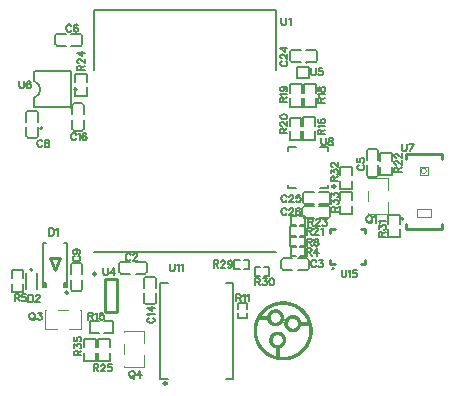
<source format=gto>
G04 Layer: TopSilkscreenLayer*
G04 Panelize: , Column: 1, Row: 1, Board Size: 43.14mm x 33.02mm, Panelized Board Size: 43.14mm x 33.02mm*
G04 EasyEDA v6.5.42, 2024-05-16 10:06:30*
G04 7028ff2cb4d24ddea7bcc12f254d0658,9a4ed40c0dd746429eaf55b84663d2fb,10*
G04 Gerber Generator version 0.2*
G04 Scale: 100 percent, Rotated: No, Reflected: No *
G04 Dimensions in millimeters *
G04 leading zeros omitted , absolute positions ,4 integer and 5 decimal *
%FSLAX45Y45*%
%MOMM*%

%ADD10C,0.1270*%
%ADD11C,0.1524*%
%ADD12C,0.1250*%
%ADD13C,0.1520*%
%ADD14C,0.2540*%
%ADD15C,0.1500*%
%ADD16C,0.2000*%
%ADD17C,0.1000*%
%ADD18C,0.1999*%
%ADD19C,0.2489*%
%ADD20C,0.2500*%
%ADD21C,0.2500*%
%ADD22C,0.0120*%

%LPD*%
G36*
X1158443Y-185775D02*
G01*
X1101496Y-185826D01*
X1099261Y-186791D01*
X1098854Y-187858D01*
X1087221Y-187858D01*
X1085900Y-188569D01*
X1085900Y-189890D01*
X1076452Y-189890D01*
X1075639Y-190703D01*
X1075639Y-191922D01*
X1067003Y-192125D01*
X1065377Y-194005D01*
X1059789Y-194005D01*
X1059027Y-196088D01*
X1053338Y-196088D01*
X1052880Y-197256D01*
X1052017Y-198120D01*
X1047292Y-198120D01*
X1045616Y-200152D01*
X1041704Y-200202D01*
X1040637Y-201269D01*
X1040637Y-202234D01*
X1036726Y-202336D01*
X1034999Y-202793D01*
X1034745Y-204317D01*
X1031443Y-204317D01*
X1030376Y-205384D01*
X1030376Y-206349D01*
X1026414Y-206552D01*
X1026210Y-208432D01*
X1022553Y-208432D01*
X1020318Y-210464D01*
X1017778Y-210464D01*
X1016660Y-211734D01*
X1016660Y-212547D01*
X1014526Y-212547D01*
X1012596Y-213563D01*
X1012190Y-214579D01*
X1009802Y-214579D01*
X1009802Y-216662D01*
X1006500Y-216662D01*
X1005687Y-217474D01*
X1005687Y-218694D01*
X1003452Y-218694D01*
X1001979Y-219100D01*
X1001521Y-220776D01*
X1000150Y-220776D01*
X997966Y-222300D01*
X997712Y-222808D01*
X995730Y-222808D01*
X995324Y-224790D01*
X991768Y-225399D01*
X991565Y-226923D01*
X989228Y-226923D01*
X989228Y-229006D01*
X986586Y-229006D01*
X985418Y-230276D01*
X985418Y-231038D01*
X983843Y-231038D01*
X983030Y-231851D01*
X983030Y-233070D01*
X981151Y-233273D01*
X980948Y-235051D01*
X977392Y-235661D01*
X977137Y-237236D01*
X975614Y-237236D01*
X974801Y-238048D01*
X974801Y-239217D01*
X972921Y-239471D01*
X972718Y-241350D01*
X971194Y-241350D01*
X969365Y-243433D01*
X966927Y-243840D01*
X966927Y-245414D01*
X964692Y-245617D01*
X964488Y-247497D01*
X963269Y-247497D01*
X962456Y-248361D01*
X962456Y-249580D01*
X961237Y-249580D01*
X960424Y-250393D01*
X960424Y-251561D01*
X958494Y-251815D01*
X958291Y-253644D01*
X956462Y-253847D01*
X956259Y-255727D01*
X954379Y-255930D01*
X954176Y-257759D01*
X952347Y-257962D01*
X952144Y-259842D01*
X950112Y-259842D01*
X950112Y-261874D01*
X948232Y-262077D01*
X948029Y-263956D01*
X946150Y-264160D01*
X945946Y-266039D01*
X943965Y-266039D01*
X943965Y-268020D01*
X942289Y-268427D01*
X941578Y-270510D01*
X940257Y-270510D01*
X939850Y-272491D01*
X938276Y-272745D01*
X937666Y-276301D01*
X935888Y-276504D01*
X935685Y-278333D01*
X933805Y-278536D01*
X933602Y-280365D01*
X931926Y-280822D01*
X931519Y-282752D01*
X930249Y-283108D01*
X929538Y-284937D01*
X929538Y-286562D01*
X927658Y-286766D01*
X927455Y-288645D01*
X925423Y-288645D01*
X925423Y-291388D01*
X924509Y-291388D01*
X923391Y-292658D01*
X923391Y-294843D01*
X922121Y-294843D01*
X921308Y-295656D01*
X921308Y-297078D01*
X919784Y-297738D01*
X919124Y-301040D01*
X918260Y-301040D01*
X917194Y-302107D01*
X917194Y-305104D01*
X915314Y-305308D01*
X914958Y-307340D01*
X913587Y-307594D01*
X913079Y-308406D01*
X913079Y-311302D01*
X910996Y-311302D01*
X910996Y-315366D01*
X909116Y-315569D01*
X908913Y-319481D01*
X907084Y-319684D01*
X906881Y-323596D01*
X905002Y-323799D01*
X904798Y-327761D01*
X902766Y-327761D01*
X902766Y-331825D01*
X1024178Y-331825D01*
X1024178Y-317500D01*
X1025398Y-317500D01*
X1026261Y-316636D01*
X1026261Y-310997D01*
X1027734Y-310794D01*
X1028242Y-309067D01*
X1028293Y-306374D01*
X1029462Y-305104D01*
X1030376Y-305104D01*
X1030376Y-302818D01*
X1031697Y-302463D01*
X1032408Y-300634D01*
X1032408Y-298958D01*
X1034491Y-298958D01*
X1034491Y-296926D01*
X1036370Y-296722D01*
X1036574Y-294894D01*
X1038402Y-294690D01*
X1038656Y-292760D01*
X1040637Y-292760D01*
X1040637Y-290728D01*
X1042517Y-290677D01*
X1044194Y-288645D01*
X1046835Y-288645D01*
X1046835Y-286664D01*
X1050747Y-286461D01*
X1051001Y-284530D01*
X1057097Y-284530D01*
X1057097Y-283768D01*
X1058265Y-282498D01*
X1075537Y-282498D01*
X1075944Y-284530D01*
X1081633Y-284530D01*
X1082446Y-286613D01*
X1085850Y-286613D01*
X1086256Y-288645D01*
X1089964Y-288645D01*
X1090218Y-290576D01*
X1091996Y-290779D01*
X1092403Y-292760D01*
X1093978Y-292760D01*
X1094790Y-294843D01*
X1096111Y-294843D01*
X1096873Y-296875D01*
X1098194Y-296875D01*
X1098600Y-298958D01*
X1100277Y-298958D01*
X1100480Y-300837D01*
X1102360Y-301040D01*
X1102360Y-304038D01*
X1102766Y-305104D01*
X1104442Y-305104D01*
X1104442Y-307898D01*
X1105154Y-309219D01*
X1106474Y-309219D01*
X1106474Y-314096D01*
X1107186Y-315417D01*
X1108557Y-315417D01*
X1108557Y-333959D01*
X1107287Y-333959D01*
X1106474Y-334772D01*
X1106474Y-340004D01*
X1104442Y-340410D01*
X1104442Y-344220D01*
X1103172Y-344220D01*
X1102360Y-345033D01*
X1102360Y-347370D01*
X1101496Y-348183D01*
X1100328Y-348640D01*
X1100328Y-350367D01*
X1098448Y-350570D01*
X1098194Y-352450D01*
X1097026Y-352450D01*
X1096213Y-353263D01*
X1096213Y-354533D01*
X1094943Y-354533D01*
X1094130Y-355346D01*
X1094130Y-356514D01*
X1092250Y-356768D01*
X1092047Y-358648D01*
X1089914Y-358648D01*
X1088644Y-359765D01*
X1088644Y-360629D01*
X1086104Y-360832D01*
X1085850Y-362762D01*
X1082141Y-362762D01*
X1081735Y-363778D01*
X1079652Y-364794D01*
X1075791Y-364845D01*
X1074064Y-365353D01*
X1073861Y-366877D01*
X1059180Y-366877D01*
X1059180Y-365506D01*
X1057859Y-364794D01*
X1052728Y-364794D01*
X1052372Y-363423D01*
X1050544Y-362762D01*
X1048613Y-362762D01*
X1048258Y-361391D01*
X1046429Y-360680D01*
X1044854Y-360680D01*
X1044448Y-359054D01*
X1042365Y-358648D01*
X1040384Y-356565D01*
X1038656Y-356565D01*
X1038402Y-354685D01*
X1036574Y-354482D01*
X1036370Y-352602D01*
X1034491Y-352399D01*
X1034491Y-350621D01*
X1032408Y-348691D01*
X1032408Y-347472D01*
X1031900Y-346710D01*
X1030528Y-346456D01*
X1030173Y-343357D01*
X1029614Y-342493D01*
X1028293Y-342493D01*
X1028293Y-339699D01*
X1027582Y-338378D01*
X1026261Y-338378D01*
X1026261Y-332282D01*
X1024178Y-331825D01*
X901547Y-331876D01*
X900734Y-332689D01*
X900734Y-335991D01*
X899058Y-336397D01*
X898702Y-337870D01*
X898652Y-340461D01*
X898144Y-340461D01*
X896772Y-342696D01*
X896467Y-346456D01*
X894994Y-346659D01*
X894537Y-348792D01*
X894537Y-352450D01*
X893571Y-352450D01*
X892505Y-353517D01*
X892505Y-358648D01*
X890422Y-358648D01*
X890422Y-365099D01*
X888949Y-365302D01*
X888441Y-367030D01*
X888390Y-373024D01*
X887425Y-373024D01*
X886307Y-374091D01*
X886307Y-381457D01*
X884834Y-382117D01*
X884326Y-383844D01*
X884275Y-392226D01*
X883564Y-392226D01*
X882243Y-394462D01*
X882192Y-408025D01*
X880567Y-408432D01*
X880160Y-409905D01*
X880160Y-449529D01*
X908964Y-449529D01*
X908964Y-422554D01*
X910488Y-421893D01*
X910945Y-420166D01*
X910996Y-403606D01*
X912266Y-403199D01*
X913079Y-401472D01*
X913079Y-391566D01*
X915162Y-391566D01*
X915162Y-383235D01*
X916584Y-382879D01*
X917194Y-381203D01*
X917194Y-375107D01*
X918413Y-375107D01*
X919226Y-374243D01*
X919226Y-368909D01*
X920038Y-368909D01*
X921308Y-367792D01*
X921308Y-362762D01*
X922274Y-362762D01*
X923391Y-361645D01*
X923391Y-356616D01*
X925271Y-356412D01*
X925474Y-352704D01*
X927506Y-350824D01*
X927506Y-346303D01*
X929538Y-346303D01*
X929538Y-342188D01*
X931418Y-341985D01*
X931621Y-340106D01*
X995680Y-340106D01*
X995883Y-341630D01*
X997458Y-342341D01*
X997458Y-347268D01*
X997864Y-348335D01*
X999490Y-348335D01*
X999490Y-352044D01*
X999947Y-354177D01*
X1001572Y-354584D01*
X1001572Y-357073D01*
X1001979Y-358648D01*
X1003503Y-358648D01*
X1003960Y-362102D01*
X1005687Y-362864D01*
X1005687Y-364794D01*
X1007618Y-364794D01*
X1008075Y-368249D01*
X1009700Y-369011D01*
X1010107Y-370992D01*
X1011783Y-370992D01*
X1011986Y-372872D01*
X1013866Y-373075D01*
X1014069Y-374904D01*
X1015949Y-375158D01*
X1015949Y-377139D01*
X1017981Y-377139D01*
X1018184Y-379018D01*
X1020013Y-379222D01*
X1020419Y-381254D01*
X1022451Y-381254D01*
X1022451Y-382473D01*
X1023315Y-383336D01*
X1026210Y-383336D01*
X1026414Y-385216D01*
X1028649Y-385419D01*
X1028649Y-386638D01*
X1029462Y-387451D01*
X1032408Y-387451D01*
X1032408Y-389483D01*
X1036472Y-389483D01*
X1037183Y-391566D01*
X1042619Y-391566D01*
X1043025Y-393598D01*
X1049223Y-393598D01*
X1049223Y-394970D01*
X1050544Y-395681D01*
X1083056Y-395681D01*
X1083868Y-394868D01*
X1083868Y-393598D01*
X1090015Y-393598D01*
X1090015Y-392938D01*
X1091133Y-392938D01*
X1091488Y-391566D01*
X1096010Y-391363D01*
X1096264Y-389534D01*
X1100124Y-389331D01*
X1100378Y-387451D01*
X1104239Y-387248D01*
X1104493Y-385368D01*
X1106119Y-385368D01*
X1107948Y-384708D01*
X1108252Y-383336D01*
X1110437Y-383133D01*
X1110640Y-381254D01*
X1112672Y-381254D01*
X1112672Y-379222D01*
X1114704Y-379222D01*
X1114704Y-377139D01*
X1116634Y-377139D01*
X1117295Y-375615D01*
X1118819Y-374904D01*
X1118819Y-373024D01*
X1120902Y-373024D01*
X1120902Y-370992D01*
X1122934Y-370992D01*
X1122934Y-368960D01*
X1124813Y-368757D01*
X1125067Y-366877D01*
X1125677Y-366877D01*
X1127048Y-365506D01*
X1127048Y-362813D01*
X1128928Y-362559D01*
X1129182Y-360172D01*
X1131163Y-358343D01*
X1131163Y-354533D01*
X1133246Y-354533D01*
X1133246Y-350418D01*
X1134465Y-350418D01*
X1135278Y-349554D01*
X1135278Y-344271D01*
X1137158Y-343357D01*
X1137361Y-331571D01*
X1138682Y-331165D01*
X1139393Y-329031D01*
X1139393Y-319938D01*
X1138732Y-318109D01*
X1137361Y-317754D01*
X1137361Y-306578D01*
X1136954Y-305460D01*
X1135278Y-305460D01*
X1135278Y-299262D01*
X1133246Y-298856D01*
X1133144Y-294995D01*
X1132687Y-293319D01*
X1131163Y-293065D01*
X1131163Y-291185D01*
X1130452Y-289052D01*
X1129182Y-288645D01*
X1128928Y-286766D01*
X1127048Y-286562D01*
X1127048Y-283311D01*
X1126236Y-282498D01*
X1125067Y-282498D01*
X1124813Y-280619D01*
X1122934Y-280416D01*
X1122934Y-278384D01*
X1122019Y-278384D01*
X1121003Y-277164D01*
X1120343Y-275132D01*
X1118920Y-274472D01*
X1118209Y-272542D01*
X1116787Y-272542D01*
X1115720Y-270510D01*
X1114704Y-270510D01*
X1112316Y-268071D01*
X1110640Y-268071D01*
X1110437Y-266192D01*
X1108557Y-265988D01*
X1108557Y-264668D01*
X1107236Y-263956D01*
X1104493Y-263956D01*
X1104239Y-262077D01*
X1102004Y-261874D01*
X1102004Y-260248D01*
X1098092Y-259740D01*
X1096162Y-257810D01*
X1092098Y-257810D01*
X1092098Y-256184D01*
X1090523Y-255778D01*
X1086002Y-255727D01*
X1085291Y-254152D01*
X1083106Y-253695D01*
X1073048Y-253695D01*
X1071524Y-252018D01*
X1066698Y-251561D01*
X1061872Y-252069D01*
X1061110Y-253695D01*
X1049528Y-253695D01*
X1047597Y-254711D01*
X1047191Y-255727D01*
X1042873Y-255828D01*
X1041146Y-256286D01*
X1040942Y-257810D01*
X1037336Y-257810D01*
X1036523Y-258622D01*
X1036523Y-259842D01*
X1032408Y-259842D01*
X1032408Y-261924D01*
X1029106Y-261924D01*
X1028293Y-262737D01*
X1028293Y-263906D01*
X1025601Y-264312D01*
X1024331Y-265938D01*
X1022502Y-266395D01*
X1022045Y-268071D01*
X1020267Y-268274D01*
X1020013Y-270103D01*
X1018184Y-270306D01*
X1017981Y-272186D01*
X1016152Y-272389D01*
X1015898Y-274218D01*
X1014069Y-274421D01*
X1013866Y-276301D01*
X1011986Y-276504D01*
X1011783Y-278333D01*
X1009954Y-278536D01*
X1009751Y-280416D01*
X1008786Y-280416D01*
X1007719Y-281533D01*
X1007719Y-282752D01*
X1005687Y-284988D01*
X1005687Y-286613D01*
X1004671Y-286613D01*
X1003604Y-287680D01*
X1003604Y-290728D01*
X1002385Y-290728D01*
X1001572Y-291541D01*
X1001572Y-294843D01*
X1000556Y-294843D01*
X999490Y-295910D01*
X999490Y-301040D01*
X998270Y-301040D01*
X997458Y-301853D01*
X997458Y-307543D01*
X995730Y-307543D01*
X995730Y-309219D01*
X950112Y-309219D01*
X950112Y-307187D01*
X952195Y-307187D01*
X952195Y-305104D01*
X954227Y-305104D01*
X954227Y-302514D01*
X956259Y-300837D01*
X956310Y-298958D01*
X958342Y-298958D01*
X958342Y-296926D01*
X960221Y-296722D01*
X960424Y-294843D01*
X961644Y-294843D01*
X962456Y-294030D01*
X962456Y-292506D01*
X963828Y-292150D01*
X964539Y-290322D01*
X964539Y-288645D01*
X966571Y-288645D01*
X966571Y-286613D01*
X968654Y-286613D01*
X968654Y-284530D01*
X970686Y-284530D01*
X970686Y-282498D01*
X972769Y-282498D01*
X972769Y-280416D01*
X974801Y-280416D01*
X974801Y-278384D01*
X976884Y-278384D01*
X976884Y-276301D01*
X978916Y-276301D01*
X978916Y-274269D01*
X980998Y-274269D01*
X980998Y-272186D01*
X983030Y-272186D01*
X983030Y-270154D01*
X984707Y-270154D01*
X986434Y-269341D01*
X986840Y-268173D01*
X988821Y-267766D01*
X989279Y-266090D01*
X991108Y-265887D01*
X991311Y-263956D01*
X993343Y-263956D01*
X993343Y-261924D01*
X995375Y-261924D01*
X995375Y-259842D01*
X998423Y-259842D01*
X999490Y-258775D01*
X999490Y-257860D01*
X1001369Y-257657D01*
X1001572Y-255727D01*
X1003604Y-255727D01*
X1003604Y-255117D01*
X1004976Y-254762D01*
X1004976Y-253746D01*
X1007567Y-253492D01*
X1007770Y-251612D01*
X1009497Y-251612D01*
X1011326Y-249631D01*
X1013714Y-249377D01*
X1013968Y-247497D01*
X1015796Y-247497D01*
X1017371Y-247091D01*
X1017981Y-245465D01*
X1020064Y-245465D01*
X1020064Y-243433D01*
X1024026Y-243230D01*
X1024229Y-241350D01*
X1027480Y-241350D01*
X1028293Y-240538D01*
X1028293Y-239267D01*
X1032103Y-239267D01*
X1032510Y-237236D01*
X1035710Y-237236D01*
X1036523Y-236423D01*
X1036523Y-235204D01*
X1040485Y-235000D01*
X1040688Y-233121D01*
X1044752Y-233121D01*
X1044752Y-232308D01*
X1045870Y-231038D01*
X1050086Y-231038D01*
X1050950Y-230225D01*
X1050950Y-229006D01*
X1055624Y-229006D01*
X1056436Y-228193D01*
X1056436Y-226923D01*
X1061059Y-226923D01*
X1062736Y-224891D01*
X1067206Y-224790D01*
X1068933Y-224332D01*
X1069136Y-222859D01*
X1075436Y-222656D01*
X1075690Y-220776D01*
X1083665Y-220725D01*
X1085342Y-218694D01*
X1095451Y-218694D01*
X1096264Y-216662D01*
X1110081Y-216560D01*
X1111808Y-216103D01*
X1112469Y-214579D01*
X1148283Y-214579D01*
X1148842Y-215493D01*
X1150518Y-216662D01*
X1164437Y-216662D01*
X1164437Y-217678D01*
X1166469Y-218694D01*
X1175410Y-218694D01*
X1176934Y-220776D01*
X1184503Y-220776D01*
X1185316Y-222808D01*
X1192834Y-222808D01*
X1193088Y-224688D01*
X1198981Y-224891D01*
X1199388Y-226923D01*
X1205230Y-226923D01*
X1205230Y-229006D01*
X1209344Y-229006D01*
X1209344Y-229971D01*
X1210868Y-231038D01*
X1215440Y-231038D01*
X1215847Y-233121D01*
X1219504Y-233121D01*
X1220266Y-235153D01*
X1223924Y-235356D01*
X1224178Y-236728D01*
X1224991Y-237236D01*
X1227886Y-237236D01*
X1227886Y-238201D01*
X1228953Y-239267D01*
X1232306Y-239267D01*
X1232509Y-241147D01*
X1236065Y-241401D01*
X1236522Y-243382D01*
X1240129Y-243382D01*
X1240536Y-245465D01*
X1242822Y-245465D01*
X1244498Y-247497D01*
X1246225Y-247497D01*
X1247038Y-249580D01*
X1250492Y-249580D01*
X1250696Y-251460D01*
X1252728Y-251815D01*
X1252982Y-253187D01*
X1253794Y-253695D01*
X1256639Y-253695D01*
X1256842Y-255574D01*
X1258722Y-255778D01*
X1259128Y-257810D01*
X1260754Y-257810D01*
X1262786Y-259842D01*
X1264869Y-259842D01*
X1265072Y-261721D01*
X1266901Y-261975D01*
X1267307Y-263956D01*
X1268984Y-263956D01*
X1269441Y-266039D01*
X1271016Y-266039D01*
X1273098Y-268071D01*
X1275181Y-268071D01*
X1275181Y-270154D01*
X1277213Y-270154D01*
X1277416Y-272034D01*
X1279296Y-272237D01*
X1279499Y-274116D01*
X1281328Y-274320D01*
X1281531Y-276148D01*
X1283462Y-276352D01*
X1283462Y-278384D01*
X1285443Y-278384D01*
X1285646Y-280263D01*
X1287576Y-280466D01*
X1287576Y-282498D01*
X1289558Y-282498D01*
X1289761Y-284378D01*
X1291640Y-284581D01*
X1291844Y-286461D01*
X1293672Y-286664D01*
X1293876Y-288493D01*
X1295755Y-288696D01*
X1295958Y-290576D01*
X1297838Y-290779D01*
X1297838Y-292760D01*
X1300226Y-295097D01*
X1300226Y-296519D01*
X1301902Y-296976D01*
X1302258Y-298958D01*
X1303985Y-298958D01*
X1304188Y-300837D01*
X1306068Y-301040D01*
X1306068Y-303123D01*
X1308049Y-305104D01*
X1308506Y-307187D01*
X1310182Y-307187D01*
X1310182Y-309219D01*
X1312265Y-309219D01*
X1312265Y-310896D01*
X1312672Y-313029D01*
X1314246Y-313436D01*
X1314450Y-315264D01*
X1316380Y-315468D01*
X1316380Y-318211D01*
X1317091Y-319532D01*
X1318412Y-319532D01*
X1318412Y-321919D01*
X1320444Y-323748D01*
X1320647Y-325526D01*
X1322527Y-325729D01*
X1322527Y-328269D01*
X1322933Y-329844D01*
X1324508Y-329844D01*
X1324965Y-333603D01*
X1326642Y-334010D01*
X1326642Y-336956D01*
X1327708Y-338074D01*
X1328623Y-338074D01*
X1329029Y-341477D01*
X1329436Y-342188D01*
X1330756Y-342188D01*
X1330756Y-346303D01*
X1332839Y-346303D01*
X1332839Y-349300D01*
X1333246Y-350418D01*
X1334871Y-350418D01*
X1334871Y-353720D01*
X1335328Y-355955D01*
X1336954Y-356666D01*
X1336954Y-358648D01*
X1283462Y-358648D01*
X1283411Y-355701D01*
X1282903Y-354939D01*
X1281531Y-354685D01*
X1281379Y-348742D01*
X1279347Y-348284D01*
X1279347Y-344678D01*
X1277264Y-343154D01*
X1277264Y-340106D01*
X1276451Y-340106D01*
X1275181Y-338988D01*
X1275181Y-336296D01*
X1273149Y-335889D01*
X1273149Y-333552D01*
X1272438Y-332232D01*
X1271117Y-332232D01*
X1270914Y-329996D01*
X1269085Y-329793D01*
X1268882Y-327914D01*
X1267002Y-327710D01*
X1267002Y-325729D01*
X1264920Y-325729D01*
X1264920Y-323646D01*
X1262888Y-323646D01*
X1262888Y-321614D01*
X1260856Y-321614D01*
X1260652Y-319684D01*
X1258773Y-319481D01*
X1258570Y-317652D01*
X1256690Y-317449D01*
X1256690Y-315772D01*
X1254810Y-315315D01*
X1253490Y-314045D01*
X1252575Y-314045D01*
X1252575Y-313385D01*
X1250492Y-313385D01*
X1250492Y-312013D01*
X1249172Y-311302D01*
X1246378Y-311302D01*
X1246378Y-309676D01*
X1245311Y-309219D01*
X1242263Y-309219D01*
X1242263Y-307594D01*
X1240739Y-307187D01*
X1236116Y-307187D01*
X1236116Y-305562D01*
X1235049Y-305104D01*
X1229715Y-305104D01*
X1228953Y-303530D01*
X1226769Y-303072D01*
X1198372Y-303072D01*
X1197000Y-303784D01*
X1197000Y-305104D01*
X1189990Y-305155D01*
X1189228Y-305663D01*
X1188974Y-307035D01*
X1184859Y-307390D01*
X1183640Y-307949D01*
X1182979Y-309168D01*
X1179525Y-309575D01*
X1178864Y-309981D01*
X1178864Y-311302D01*
X1176782Y-311302D01*
X1176324Y-312521D01*
X1175461Y-313385D01*
X1173175Y-313385D01*
X1172311Y-314198D01*
X1172311Y-315417D01*
X1170584Y-315417D01*
X1170127Y-316636D01*
X1169314Y-317500D01*
X1166571Y-317906D01*
X1166164Y-319481D01*
X1164437Y-319887D01*
X1164031Y-321614D01*
X1162862Y-321614D01*
X1162050Y-322427D01*
X1162050Y-323545D01*
X1159967Y-323951D01*
X1159967Y-325729D01*
X1158544Y-325729D01*
X1157782Y-327812D01*
X1156258Y-328168D01*
X1155903Y-329641D01*
X1155852Y-330911D01*
X1154988Y-331724D01*
X1153820Y-332181D01*
X1153820Y-333959D01*
X1152601Y-333959D01*
X1151737Y-334772D01*
X1151737Y-337058D01*
X1150874Y-337921D01*
X1149705Y-338378D01*
X1149705Y-340461D01*
X1148384Y-340461D01*
X1147927Y-341122D01*
X1147521Y-344576D01*
X1146708Y-344576D01*
X1145844Y-345592D01*
X1145387Y-350570D01*
X1143965Y-350774D01*
X1143508Y-352907D01*
X1143508Y-358648D01*
X1141476Y-358648D01*
X1141497Y-380187D01*
X1170279Y-380187D01*
X1170279Y-368858D01*
X1171702Y-368503D01*
X1172311Y-366826D01*
X1172311Y-360730D01*
X1174242Y-360527D01*
X1174445Y-356616D01*
X1176274Y-356412D01*
X1176477Y-352501D01*
X1178306Y-352298D01*
X1178560Y-350418D01*
X1179474Y-350418D01*
X1180541Y-349300D01*
X1180541Y-347776D01*
X1182573Y-346100D01*
X1182624Y-344220D01*
X1184605Y-344220D01*
X1184859Y-343712D01*
X1187043Y-342188D01*
X1187958Y-342188D01*
X1188770Y-341325D01*
X1188770Y-340156D01*
X1190701Y-339953D01*
X1190904Y-338074D01*
X1194155Y-338074D01*
X1194968Y-337210D01*
X1194968Y-336042D01*
X1198930Y-335838D01*
X1199134Y-333959D01*
X1205077Y-333857D01*
X1206804Y-333400D01*
X1207465Y-331876D01*
X1218539Y-331876D01*
X1220317Y-333959D01*
X1225804Y-333959D01*
X1225804Y-334924D01*
X1227328Y-335991D01*
X1230020Y-335991D01*
X1232052Y-338074D01*
X1234338Y-338074D01*
X1234694Y-339394D01*
X1236522Y-340106D01*
X1238148Y-340106D01*
X1238351Y-341985D01*
X1240129Y-342188D01*
X1240536Y-344220D01*
X1242212Y-344220D01*
X1242618Y-346303D01*
X1244295Y-346303D01*
X1244498Y-348183D01*
X1246378Y-348386D01*
X1246378Y-350418D01*
X1248460Y-350418D01*
X1248460Y-354533D01*
X1250492Y-354533D01*
X1250492Y-357530D01*
X1250950Y-358648D01*
X1252575Y-358648D01*
X1252575Y-363270D01*
X1252982Y-364794D01*
X1254658Y-364794D01*
X1254658Y-383641D01*
X1253286Y-383641D01*
X1252575Y-385013D01*
X1252575Y-389737D01*
X1251204Y-390093D01*
X1250492Y-391922D01*
X1250492Y-393547D01*
X1248867Y-393954D01*
X1248359Y-397713D01*
X1247241Y-397713D01*
X1246378Y-398526D01*
X1246378Y-399745D01*
X1244752Y-400202D01*
X1244295Y-402132D01*
X1242618Y-402539D01*
X1242618Y-403199D01*
X1240586Y-405028D01*
X1240586Y-405892D01*
X1238554Y-406349D01*
X1238148Y-408025D01*
X1236116Y-408025D01*
X1236116Y-409956D01*
X1232509Y-410565D01*
X1232306Y-412140D01*
X1230325Y-412140D01*
X1228496Y-412800D01*
X1228140Y-414172D01*
X1224280Y-414274D01*
X1222552Y-414731D01*
X1221892Y-416255D01*
X1203198Y-416255D01*
X1203198Y-414629D01*
X1201674Y-414172D01*
X1197000Y-414172D01*
X1197000Y-412546D01*
X1195933Y-412140D01*
X1192885Y-412140D01*
X1192885Y-410464D01*
X1191818Y-410057D01*
X1188770Y-410057D01*
X1188770Y-408025D01*
X1186789Y-408025D01*
X1186586Y-406146D01*
X1184656Y-405892D01*
X1184656Y-404215D01*
X1182624Y-403809D01*
X1182624Y-402183D01*
X1180592Y-401777D01*
X1180388Y-399948D01*
X1178509Y-399745D01*
X1178509Y-398119D01*
X1177798Y-396290D01*
X1176426Y-395935D01*
X1176426Y-393649D01*
X1174394Y-391617D01*
X1174394Y-389128D01*
X1173683Y-387756D01*
X1172311Y-387756D01*
X1172311Y-381914D01*
X1170279Y-380187D01*
X1141497Y-380187D01*
X1141526Y-388975D01*
X1141984Y-390702D01*
X1143508Y-391363D01*
X1143508Y-396646D01*
X1143965Y-397713D01*
X1145590Y-397713D01*
X1145590Y-402590D01*
X1146302Y-403910D01*
X1147622Y-403910D01*
X1147622Y-406908D01*
X1148080Y-408025D01*
X1149705Y-408025D01*
X1149705Y-410819D01*
X1150416Y-412140D01*
X1151737Y-412140D01*
X1151737Y-414578D01*
X1153820Y-415747D01*
X1153820Y-416966D01*
X1154531Y-418287D01*
X1155801Y-418287D01*
X1156055Y-420166D01*
X1157884Y-420420D01*
X1158087Y-422249D01*
X1159967Y-422452D01*
X1159967Y-424484D01*
X1162050Y-424484D01*
X1162050Y-426516D01*
X1164031Y-426516D01*
X1164285Y-428396D01*
X1166114Y-428650D01*
X1166317Y-430479D01*
X1168146Y-430682D01*
X1168552Y-432714D01*
X1170635Y-432714D01*
X1170635Y-434035D01*
X1171956Y-434746D01*
X1174394Y-434746D01*
X1174394Y-436829D01*
X1177086Y-436829D01*
X1178001Y-438708D01*
X1181608Y-438912D01*
X1183081Y-440943D01*
X1186738Y-440943D01*
X1186738Y-442976D01*
X1192733Y-442976D01*
X1193546Y-445058D01*
X1203553Y-445058D01*
X1203553Y-446074D01*
X1205534Y-447090D01*
X1221689Y-447090D01*
X1221689Y-445058D01*
X1231849Y-444855D01*
X1232052Y-442976D01*
X1239215Y-442976D01*
X1239215Y-440943D01*
X1243533Y-440943D01*
X1244346Y-440131D01*
X1244346Y-438861D01*
X1248460Y-438861D01*
X1248460Y-436829D01*
X1250137Y-436829D01*
X1251966Y-436118D01*
X1252321Y-434797D01*
X1254455Y-434593D01*
X1254658Y-432714D01*
X1256690Y-432714D01*
X1256690Y-431901D01*
X1257808Y-430631D01*
X1259535Y-430631D01*
X1260805Y-429514D01*
X1260805Y-428599D01*
X1262024Y-428599D01*
X1262888Y-427786D01*
X1262888Y-426567D01*
X1264767Y-426364D01*
X1264970Y-424484D01*
X1266139Y-424484D01*
X1267002Y-423672D01*
X1267002Y-422401D01*
X1268323Y-422401D01*
X1269034Y-421081D01*
X1269034Y-419557D01*
X1270152Y-418287D01*
X1271066Y-418287D01*
X1271066Y-416306D01*
X1272997Y-416051D01*
X1273200Y-413918D01*
X1274521Y-413562D01*
X1275181Y-411734D01*
X1275181Y-410057D01*
X1276451Y-410057D01*
X1277264Y-409244D01*
X1277264Y-405942D01*
X1278483Y-405942D01*
X1279347Y-405130D01*
X1279347Y-401269D01*
X1281328Y-399592D01*
X1281379Y-393598D01*
X1283462Y-393598D01*
X1283462Y-391566D01*
X1347216Y-391566D01*
X1347216Y-398678D01*
X1347673Y-400862D01*
X1349298Y-401624D01*
X1349298Y-414121D01*
X1349705Y-416255D01*
X1351330Y-417779D01*
X1351330Y-453593D01*
X1349806Y-453796D01*
X1349349Y-456895D01*
X1349298Y-470052D01*
X1347724Y-470255D01*
X1347317Y-472287D01*
X1347216Y-480720D01*
X1346504Y-480720D01*
X1345184Y-482955D01*
X1345184Y-490321D01*
X1343914Y-490321D01*
X1343101Y-491134D01*
X1343101Y-496519D01*
X1341272Y-498144D01*
X1340967Y-502970D01*
X1338986Y-504850D01*
X1338986Y-508812D01*
X1338072Y-509371D01*
X1336954Y-511556D01*
X1336954Y-515010D01*
X1335278Y-515416D01*
X1334871Y-516890D01*
X1334871Y-520192D01*
X1334008Y-521055D01*
X1332839Y-521512D01*
X1332839Y-525322D01*
X1331569Y-525322D01*
X1330756Y-526135D01*
X1330756Y-529437D01*
X1329791Y-529437D01*
X1328724Y-530504D01*
X1328724Y-533552D01*
X1327708Y-533552D01*
X1326642Y-534619D01*
X1326642Y-537667D01*
X1325676Y-537667D01*
X1324610Y-538734D01*
X1324610Y-541782D01*
X1323340Y-541782D01*
X1322527Y-542594D01*
X1322527Y-545846D01*
X1320647Y-546049D01*
X1320444Y-548182D01*
X1319123Y-548538D01*
X1318412Y-550367D01*
X1318412Y-552043D01*
X1316380Y-552043D01*
X1316329Y-554939D01*
X1314297Y-556666D01*
X1314297Y-558241D01*
X1313332Y-558241D01*
X1312265Y-559308D01*
X1312265Y-560527D01*
X1310182Y-562762D01*
X1310182Y-564388D01*
X1308963Y-564388D01*
X1308150Y-565200D01*
X1308150Y-566775D01*
X1306474Y-566775D01*
X1306017Y-570534D01*
X1304188Y-570738D01*
X1303985Y-572566D01*
X1302105Y-572770D01*
X1301902Y-574598D01*
X1300226Y-575056D01*
X1299819Y-577088D01*
X1298194Y-577088D01*
X1298194Y-578662D01*
X1296111Y-580186D01*
X1295704Y-582879D01*
X1293876Y-583082D01*
X1293672Y-584911D01*
X1291844Y-585165D01*
X1291640Y-586994D01*
X1289761Y-587197D01*
X1289558Y-589026D01*
X1287729Y-589280D01*
X1287526Y-591108D01*
X1285646Y-591312D01*
X1285443Y-593140D01*
X1283614Y-593394D01*
X1283411Y-595274D01*
X1281379Y-595274D01*
X1281379Y-597255D01*
X1279499Y-597509D01*
X1279296Y-599338D01*
X1277416Y-599541D01*
X1277213Y-601421D01*
X1275181Y-601421D01*
X1272692Y-603808D01*
X1271473Y-603808D01*
X1271270Y-605383D01*
X1269034Y-605586D01*
X1269034Y-607568D01*
X1267155Y-607771D01*
X1266952Y-609650D01*
X1265326Y-609650D01*
X1263091Y-611784D01*
X1261160Y-612140D01*
X1260957Y-613613D01*
X1258925Y-613968D01*
X1258722Y-615746D01*
X1256030Y-616204D01*
X1254709Y-617880D01*
X1253388Y-617880D01*
X1252575Y-618693D01*
X1252575Y-619963D01*
X1251153Y-619963D01*
X1249222Y-620979D01*
X1248816Y-621995D01*
X1247241Y-621995D01*
X1246378Y-622808D01*
X1246378Y-624078D01*
X1243736Y-624078D01*
X1242618Y-624484D01*
X1242618Y-626110D01*
X1240739Y-626110D01*
X1238961Y-628142D01*
X1236268Y-628345D01*
X1236065Y-630224D01*
X1232814Y-630224D01*
X1232001Y-631037D01*
X1232001Y-632307D01*
X1227886Y-632307D01*
X1227886Y-634339D01*
X1224584Y-634339D01*
X1223772Y-635152D01*
X1223772Y-636371D01*
X1219809Y-636574D01*
X1219606Y-638454D01*
X1216050Y-638556D01*
X1214323Y-639013D01*
X1213662Y-640537D01*
X1210208Y-640537D01*
X1209344Y-641350D01*
X1209344Y-642569D01*
X1206093Y-642569D01*
X1203553Y-643026D01*
X1203553Y-644652D01*
X1199235Y-644702D01*
X1197508Y-645160D01*
X1197305Y-646684D01*
X1192733Y-646684D01*
X1191260Y-647090D01*
X1190853Y-648766D01*
X1185214Y-648817D01*
X1183487Y-649274D01*
X1182776Y-650798D01*
X1176274Y-650849D01*
X1174800Y-651205D01*
X1174394Y-652830D01*
X1163675Y-653034D01*
X1162100Y-654913D01*
X1147724Y-654913D01*
X1145844Y-653948D01*
X1144930Y-654304D01*
X1143711Y-656945D01*
X1116838Y-656996D01*
X1116584Y-655421D01*
X1113536Y-654964D01*
X1100328Y-654913D01*
X1100328Y-585266D01*
X1102715Y-582930D01*
X1107744Y-582930D01*
X1108557Y-582066D01*
X1108557Y-580847D01*
X1112621Y-580847D01*
X1114653Y-578815D01*
X1117447Y-578815D01*
X1118819Y-577443D01*
X1118819Y-576732D01*
X1120902Y-576732D01*
X1120902Y-575919D01*
X1122019Y-574700D01*
X1125016Y-574700D01*
X1125016Y-572617D01*
X1127048Y-572617D01*
X1127048Y-570585D01*
X1129944Y-570585D01*
X1131163Y-569417D01*
X1131163Y-568502D01*
X1132433Y-568502D01*
X1133246Y-567690D01*
X1133246Y-566470D01*
X1135126Y-566267D01*
X1135329Y-564388D01*
X1136548Y-564388D01*
X1137361Y-563575D01*
X1137361Y-562356D01*
X1139393Y-562356D01*
X1139393Y-560019D01*
X1140764Y-559663D01*
X1141476Y-557834D01*
X1141476Y-556158D01*
X1143508Y-556158D01*
X1143508Y-554126D01*
X1144778Y-554126D01*
X1145590Y-553262D01*
X1145590Y-550011D01*
X1147470Y-549808D01*
X1147673Y-545896D01*
X1149502Y-545693D01*
X1149756Y-541782D01*
X1151585Y-541578D01*
X1151788Y-535635D01*
X1153617Y-535432D01*
X1153820Y-527354D01*
X1154633Y-527354D01*
X1155852Y-526237D01*
X1155852Y-501243D01*
X1153820Y-500430D01*
X1153820Y-492861D01*
X1151737Y-491337D01*
X1151737Y-486511D01*
X1149705Y-486105D01*
X1149502Y-482244D01*
X1147673Y-482041D01*
X1147470Y-478129D01*
X1145590Y-477926D01*
X1145590Y-474167D01*
X1143558Y-473760D01*
X1143355Y-471982D01*
X1141476Y-471728D01*
X1141476Y-468884D01*
X1140968Y-468122D01*
X1139596Y-467868D01*
X1139342Y-465937D01*
X1137361Y-465531D01*
X1137361Y-463905D01*
X1135278Y-463499D01*
X1135278Y-461822D01*
X1133246Y-461416D01*
X1133246Y-459790D01*
X1131163Y-459384D01*
X1131163Y-457403D01*
X1128877Y-457403D01*
X1128522Y-456031D01*
X1126693Y-455320D01*
X1125067Y-455320D01*
X1124813Y-453440D01*
X1123035Y-453237D01*
X1122273Y-451612D01*
X1118819Y-451154D01*
X1118819Y-449580D01*
X1117295Y-449173D01*
X1114704Y-449173D01*
X1114704Y-447751D01*
X1112977Y-447090D01*
X1109726Y-447090D01*
X1108049Y-445058D01*
X1102360Y-445058D01*
X1102360Y-443433D01*
X1100836Y-442976D01*
X1089253Y-442976D01*
X1086916Y-440943D01*
X1081024Y-440943D01*
X1078738Y-442366D01*
X1078738Y-442976D01*
X1066393Y-442976D01*
X1065326Y-444093D01*
X1065326Y-445008D01*
X1059332Y-445211D01*
X1059129Y-447090D01*
X1054862Y-447141D01*
X1053388Y-447497D01*
X1052982Y-449173D01*
X1049934Y-449173D01*
X1048867Y-450240D01*
X1048867Y-451205D01*
X1047191Y-451205D01*
X1045362Y-451916D01*
X1045057Y-453237D01*
X1042873Y-453440D01*
X1042669Y-455269D01*
X1040028Y-455676D01*
X1038707Y-457352D01*
X1036726Y-457555D01*
X1036472Y-459384D01*
X1034846Y-459790D01*
X1034389Y-461518D01*
X1033221Y-461518D01*
X1032408Y-462330D01*
X1032408Y-463550D01*
X1030376Y-463550D01*
X1030376Y-465531D01*
X1028649Y-465988D01*
X1028242Y-467969D01*
X1026769Y-468172D01*
X1026109Y-471779D01*
X1024331Y-471982D01*
X1024128Y-473862D01*
X1022858Y-473862D01*
X1022146Y-475183D01*
X1022146Y-477926D01*
X1020267Y-478129D01*
X1020013Y-482041D01*
X1018184Y-482244D01*
X1017981Y-486054D01*
X1015949Y-486816D01*
X1015949Y-492353D01*
X1014730Y-492353D01*
X1013917Y-493217D01*
X1013917Y-500888D01*
X1012342Y-501142D01*
X1011936Y-503174D01*
X1011936Y-513486D01*
X1042517Y-513486D01*
X1042720Y-502666D01*
X1043940Y-502666D01*
X1044752Y-501853D01*
X1044752Y-496468D01*
X1046835Y-496468D01*
X1046835Y-492353D01*
X1048867Y-492353D01*
X1048867Y-490321D01*
X1050086Y-490321D01*
X1050950Y-489508D01*
X1050950Y-487984D01*
X1052322Y-487629D01*
X1052982Y-485800D01*
X1052982Y-484124D01*
X1055065Y-484124D01*
X1055065Y-483362D01*
X1056182Y-482092D01*
X1057910Y-482092D01*
X1059180Y-480974D01*
X1059180Y-480059D01*
X1061059Y-479856D01*
X1061262Y-477977D01*
X1064107Y-477977D01*
X1065326Y-476859D01*
X1065326Y-475894D01*
X1067003Y-475894D01*
X1068832Y-475234D01*
X1069187Y-473862D01*
X1074318Y-473862D01*
X1075639Y-473151D01*
X1075639Y-471779D01*
X1092454Y-471779D01*
X1092454Y-473049D01*
X1093266Y-473862D01*
X1098600Y-473862D01*
X1098600Y-474878D01*
X1100632Y-475894D01*
X1102715Y-475894D01*
X1102715Y-477266D01*
X1104036Y-477977D01*
X1106424Y-477977D01*
X1106881Y-480009D01*
X1108913Y-480009D01*
X1108913Y-481380D01*
X1110234Y-482092D01*
X1112672Y-482092D01*
X1112672Y-484124D01*
X1114704Y-484124D01*
X1114704Y-486257D01*
X1116736Y-488238D01*
X1117346Y-490169D01*
X1118768Y-490372D01*
X1119022Y-492201D01*
X1120902Y-492404D01*
X1120902Y-495401D01*
X1121308Y-496468D01*
X1122934Y-496468D01*
X1122934Y-499821D01*
X1123391Y-502056D01*
X1124966Y-502767D01*
X1125169Y-512622D01*
X1126032Y-513181D01*
X1125016Y-516534D01*
X1125016Y-525272D01*
X1123340Y-525678D01*
X1122984Y-527202D01*
X1122934Y-531469D01*
X1120902Y-531469D01*
X1120902Y-534619D01*
X1120038Y-535432D01*
X1118819Y-535889D01*
X1118819Y-537565D01*
X1117092Y-538022D01*
X1116685Y-540054D01*
X1115060Y-540054D01*
X1115060Y-541731D01*
X1113180Y-543763D01*
X1111199Y-544525D01*
X1110894Y-545795D01*
X1108913Y-546201D01*
X1108456Y-547928D01*
X1107287Y-547928D01*
X1106474Y-548741D01*
X1106474Y-550011D01*
X1103477Y-550011D01*
X1102360Y-551078D01*
X1102360Y-552043D01*
X1099312Y-552043D01*
X1098245Y-553110D01*
X1098245Y-554126D01*
X1093165Y-554126D01*
X1092098Y-554532D01*
X1092098Y-556107D01*
X1090269Y-555193D01*
X1089355Y-555548D01*
X1089355Y-556158D01*
X1075639Y-556158D01*
X1075639Y-554532D01*
X1074521Y-554126D01*
X1069441Y-554126D01*
X1069441Y-552043D01*
X1065326Y-552043D01*
X1065326Y-550418D01*
X1064260Y-550011D01*
X1061262Y-550011D01*
X1061059Y-548081D01*
X1059180Y-547878D01*
X1059180Y-546252D01*
X1057198Y-545846D01*
X1056436Y-544169D01*
X1055166Y-544169D01*
X1052982Y-542086D01*
X1052982Y-540918D01*
X1052474Y-540105D01*
X1051102Y-539851D01*
X1050899Y-537667D01*
X1048867Y-537667D01*
X1048867Y-535838D01*
X1046886Y-533908D01*
X1046632Y-531622D01*
X1044752Y-531418D01*
X1044752Y-525932D01*
X1042720Y-525170D01*
X1042517Y-513486D01*
X1011936Y-513486D01*
X1011885Y-524764D01*
X1012393Y-526491D01*
X1013917Y-527202D01*
X1013917Y-534060D01*
X1014323Y-535584D01*
X1015949Y-535584D01*
X1015949Y-541782D01*
X1018032Y-541782D01*
X1018032Y-544779D01*
X1018438Y-545896D01*
X1020064Y-545896D01*
X1020064Y-548894D01*
X1020470Y-550011D01*
X1021994Y-550011D01*
X1022654Y-553923D01*
X1024128Y-554126D01*
X1024331Y-556006D01*
X1026261Y-556209D01*
X1026261Y-558190D01*
X1028547Y-560425D01*
X1028801Y-561848D01*
X1030274Y-562457D01*
X1030986Y-564388D01*
X1032256Y-564388D01*
X1033018Y-566369D01*
X1034643Y-566623D01*
X1034846Y-568198D01*
X1036878Y-568604D01*
X1036878Y-569874D01*
X1038199Y-570585D01*
X1040587Y-570585D01*
X1040841Y-572465D01*
X1042619Y-572668D01*
X1043025Y-574700D01*
X1046784Y-574700D01*
X1046987Y-576580D01*
X1049223Y-576783D01*
X1049223Y-578002D01*
X1050950Y-578815D01*
X1053338Y-578815D01*
X1055319Y-580847D01*
X1059078Y-580847D01*
X1059840Y-582930D01*
X1066139Y-582930D01*
X1067409Y-584047D01*
X1067409Y-646684D01*
X1063294Y-646684D01*
X1063294Y-645363D01*
X1061974Y-644652D01*
X1057097Y-644652D01*
X1057097Y-643432D01*
X1056284Y-642569D01*
X1050950Y-642569D01*
X1050950Y-640943D01*
X1049832Y-640537D01*
X1046886Y-640537D01*
X1046480Y-638911D01*
X1044346Y-638454D01*
X1042720Y-638454D01*
X1042720Y-637895D01*
X1039876Y-636422D01*
X1036574Y-636422D01*
X1036370Y-634542D01*
X1032459Y-634339D01*
X1032256Y-632460D01*
X1028293Y-632256D01*
X1028293Y-630224D01*
X1025245Y-630224D01*
X1023721Y-628192D01*
X1022096Y-628192D01*
X1021334Y-626465D01*
X1018032Y-626008D01*
X1018032Y-624078D01*
X1013917Y-624078D01*
X1013917Y-621995D01*
X1011986Y-621995D01*
X1011326Y-620471D01*
X1007770Y-619810D01*
X1007567Y-618083D01*
X1005738Y-617829D01*
X1005332Y-616254D01*
X1003198Y-615848D01*
X1001572Y-615848D01*
X1001369Y-613968D01*
X999490Y-613714D01*
X999490Y-612038D01*
X997508Y-611632D01*
X996797Y-610006D01*
X993343Y-609549D01*
X993343Y-607618D01*
X991260Y-607618D01*
X991260Y-605891D01*
X989228Y-605434D01*
X989228Y-603808D01*
X987196Y-603402D01*
X986790Y-601878D01*
X984859Y-601472D01*
X984097Y-599795D01*
X982167Y-599338D01*
X980998Y-598220D01*
X980998Y-597306D01*
X978916Y-597306D01*
X978916Y-595274D01*
X976884Y-595274D01*
X976884Y-593191D01*
X974852Y-593191D01*
X974648Y-591312D01*
X972769Y-591108D01*
X972769Y-589076D01*
X970686Y-589076D01*
X970686Y-587044D01*
X968654Y-587044D01*
X968654Y-585114D01*
X967079Y-584454D01*
X965555Y-581202D01*
X964590Y-581202D01*
X964184Y-579170D01*
X962609Y-578967D01*
X962406Y-577037D01*
X960424Y-576681D01*
X960221Y-574852D01*
X958392Y-574649D01*
X958189Y-572770D01*
X956310Y-572566D01*
X956106Y-569010D01*
X954227Y-568807D01*
X954227Y-566775D01*
X952195Y-566369D01*
X951992Y-564540D01*
X950112Y-564337D01*
X950112Y-561492D01*
X949604Y-560679D01*
X948232Y-560425D01*
X947877Y-558393D01*
X945997Y-558190D01*
X945997Y-555752D01*
X945286Y-554431D01*
X943965Y-554431D01*
X943762Y-552196D01*
X941882Y-551992D01*
X941882Y-548538D01*
X939850Y-547776D01*
X939850Y-546252D01*
X939139Y-544423D01*
X937768Y-544068D01*
X937768Y-542239D01*
X935736Y-540715D01*
X935532Y-537819D01*
X933703Y-537616D01*
X933500Y-533704D01*
X931621Y-533501D01*
X931418Y-529590D01*
X929538Y-529386D01*
X929538Y-525526D01*
X927506Y-523595D01*
X927506Y-520192D01*
X926388Y-519125D01*
X925423Y-519125D01*
X925423Y-515315D01*
X923391Y-514908D01*
X923391Y-509473D01*
X921308Y-508711D01*
X921308Y-503478D01*
X920496Y-502666D01*
X919226Y-502666D01*
X919226Y-496874D01*
X917194Y-496417D01*
X917194Y-489356D01*
X916127Y-488238D01*
X915162Y-488238D01*
X915162Y-480009D01*
X913079Y-480009D01*
X913079Y-469798D01*
X912266Y-468020D01*
X910996Y-468020D01*
X910996Y-451256D01*
X910234Y-449529D01*
X880160Y-449529D01*
X880160Y-461060D01*
X880567Y-463245D01*
X882192Y-463651D01*
X882396Y-477570D01*
X884275Y-479043D01*
X884275Y-487629D01*
X885291Y-489559D01*
X886307Y-489966D01*
X886307Y-496062D01*
X886764Y-498195D01*
X888390Y-498601D01*
X888390Y-503631D01*
X888847Y-505815D01*
X890422Y-506526D01*
X890422Y-511200D01*
X891133Y-512978D01*
X892505Y-512978D01*
X892505Y-517804D01*
X893216Y-519125D01*
X894537Y-519125D01*
X894537Y-522478D01*
X894994Y-524510D01*
X896619Y-525272D01*
X896619Y-528320D01*
X897026Y-529437D01*
X898652Y-529437D01*
X898652Y-532739D01*
X899109Y-534974D01*
X900734Y-535686D01*
X900734Y-538378D01*
X901446Y-539699D01*
X902766Y-539699D01*
X902969Y-543661D01*
X904849Y-543864D01*
X904849Y-546862D01*
X905256Y-547928D01*
X906881Y-547928D01*
X906881Y-552043D01*
X908964Y-552043D01*
X908964Y-555091D01*
X909370Y-556158D01*
X910996Y-556158D01*
X910996Y-558495D01*
X911707Y-560273D01*
X913079Y-560273D01*
X913079Y-561949D01*
X913790Y-563778D01*
X915111Y-564134D01*
X915314Y-566267D01*
X917194Y-566470D01*
X917194Y-568807D01*
X917854Y-570585D01*
X919226Y-570585D01*
X919429Y-572465D01*
X921308Y-572668D01*
X921308Y-575665D01*
X921715Y-576732D01*
X923340Y-576732D01*
X923544Y-578612D01*
X925321Y-578815D01*
X925728Y-582218D01*
X926134Y-582930D01*
X927455Y-582930D01*
X927658Y-584809D01*
X929538Y-585012D01*
X929538Y-586740D01*
X931570Y-588568D01*
X931773Y-590956D01*
X933551Y-591159D01*
X933958Y-593191D01*
X935685Y-593191D01*
X935888Y-595071D01*
X937768Y-595325D01*
X937768Y-597306D01*
X939850Y-597306D01*
X939850Y-599998D01*
X940917Y-601065D01*
X941882Y-601065D01*
X942340Y-603148D01*
X943914Y-603554D01*
X944321Y-605536D01*
X945896Y-605536D01*
X946302Y-607618D01*
X947978Y-607618D01*
X948385Y-609650D01*
X950010Y-609650D01*
X950417Y-611733D01*
X952093Y-611733D01*
X952500Y-613765D01*
X954125Y-613765D01*
X954532Y-615848D01*
X956208Y-615848D01*
X956614Y-617880D01*
X958240Y-617880D01*
X958646Y-619963D01*
X960323Y-619963D01*
X960729Y-621995D01*
X962304Y-621995D01*
X963066Y-624078D01*
X964793Y-624078D01*
X965149Y-625449D01*
X966978Y-626110D01*
X968654Y-626110D01*
X968654Y-628192D01*
X970635Y-628192D01*
X970838Y-630072D01*
X972667Y-630275D01*
X973074Y-632307D01*
X974648Y-632307D01*
X975410Y-634339D01*
X976833Y-634339D01*
X978916Y-635558D01*
X978916Y-636422D01*
X980948Y-636422D01*
X981151Y-638302D01*
X982878Y-638505D01*
X983640Y-640537D01*
X987094Y-640537D01*
X987298Y-642416D01*
X989177Y-642620D01*
X989584Y-644652D01*
X991209Y-644652D01*
X993292Y-645820D01*
X993343Y-646684D01*
X995324Y-646684D01*
X996035Y-648766D01*
X999439Y-648766D01*
X999642Y-650646D01*
X1001826Y-650849D01*
X1002182Y-652170D01*
X1004011Y-652881D01*
X1005636Y-652881D01*
X1005840Y-654761D01*
X1009802Y-654964D01*
X1009802Y-656996D01*
X1013866Y-656996D01*
X1014069Y-658876D01*
X1017930Y-659079D01*
X1018336Y-661111D01*
X1022045Y-661111D01*
X1022451Y-663143D01*
X1026109Y-663143D01*
X1026871Y-665226D01*
X1030681Y-665226D01*
X1030681Y-666546D01*
X1032052Y-667258D01*
X1036472Y-667258D01*
X1036878Y-669340D01*
X1040637Y-669340D01*
X1040637Y-670306D01*
X1042162Y-671372D01*
X1046683Y-671372D01*
X1047445Y-673455D01*
X1052931Y-673455D01*
X1053642Y-675487D01*
X1059484Y-675487D01*
X1059688Y-677011D01*
X1061415Y-677468D01*
X1067257Y-677570D01*
X1068019Y-679602D01*
X1075994Y-679602D01*
X1076401Y-680669D01*
X1078331Y-681685D01*
X1086916Y-681685D01*
X1087831Y-683564D01*
X1102512Y-683920D01*
X1102817Y-685292D01*
X1103579Y-685800D01*
X1157935Y-685800D01*
X1157935Y-683717D01*
X1171854Y-683717D01*
X1173886Y-681685D01*
X1182573Y-681685D01*
X1184249Y-681024D01*
X1184605Y-679602D01*
X1192072Y-679602D01*
X1192885Y-678789D01*
X1192885Y-677570D01*
X1200505Y-677570D01*
X1201267Y-675487D01*
X1206500Y-675487D01*
X1207312Y-674674D01*
X1207312Y-673455D01*
X1213459Y-673455D01*
X1213459Y-671372D01*
X1218844Y-671372D01*
X1219657Y-670560D01*
X1219657Y-669340D01*
X1223619Y-669290D01*
X1225296Y-667258D01*
X1229106Y-667258D01*
X1229918Y-666445D01*
X1229918Y-665226D01*
X1233881Y-665022D01*
X1234084Y-663143D01*
X1238148Y-663143D01*
X1238148Y-661111D01*
X1242263Y-661111D01*
X1242263Y-659028D01*
X1246378Y-659028D01*
X1246378Y-656996D01*
X1250492Y-656996D01*
X1250492Y-654964D01*
X1254455Y-654761D01*
X1254658Y-652881D01*
X1257909Y-652881D01*
X1258722Y-652068D01*
X1258722Y-650798D01*
X1260805Y-650798D01*
X1260805Y-648817D01*
X1264767Y-648563D01*
X1264970Y-646684D01*
X1266596Y-646684D01*
X1268425Y-646023D01*
X1268780Y-644652D01*
X1271066Y-644652D01*
X1271066Y-642569D01*
X1272692Y-642569D01*
X1274927Y-641502D01*
X1275283Y-640537D01*
X1277264Y-640537D01*
X1277264Y-638454D01*
X1279347Y-638454D01*
X1279347Y-636422D01*
X1281328Y-636422D01*
X1283004Y-635762D01*
X1283360Y-634390D01*
X1285341Y-634187D01*
X1285544Y-632307D01*
X1287576Y-632307D01*
X1287576Y-630224D01*
X1289608Y-630224D01*
X1289608Y-628192D01*
X1291285Y-628192D01*
X1293114Y-627481D01*
X1293469Y-626110D01*
X1294942Y-626110D01*
X1295806Y-625297D01*
X1295806Y-624078D01*
X1297838Y-624078D01*
X1297838Y-622046D01*
X1299718Y-621842D01*
X1299921Y-619963D01*
X1301953Y-619963D01*
X1301953Y-617880D01*
X1304036Y-617880D01*
X1304036Y-615848D01*
X1306068Y-615848D01*
X1306068Y-613765D01*
X1308150Y-613765D01*
X1308150Y-611733D01*
X1310182Y-611733D01*
X1310182Y-609650D01*
X1312265Y-609650D01*
X1312265Y-607618D01*
X1314297Y-607618D01*
X1314297Y-605536D01*
X1316380Y-605536D01*
X1316380Y-603554D01*
X1318260Y-603300D01*
X1318463Y-601421D01*
X1319631Y-601421D01*
X1320495Y-600608D01*
X1320495Y-599440D01*
X1322120Y-598373D01*
X1322628Y-596798D01*
X1324610Y-594969D01*
X1324610Y-593191D01*
X1326642Y-593191D01*
X1326642Y-591210D01*
X1328521Y-590956D01*
X1328775Y-589076D01*
X1329842Y-589076D01*
X1330756Y-587908D01*
X1330756Y-584962D01*
X1332839Y-584962D01*
X1332839Y-582980D01*
X1334719Y-582726D01*
X1334922Y-580593D01*
X1336243Y-580237D01*
X1336954Y-578408D01*
X1336954Y-576732D01*
X1338986Y-576732D01*
X1338986Y-574700D01*
X1340104Y-574700D01*
X1341018Y-573481D01*
X1341069Y-570636D01*
X1342948Y-570382D01*
X1343152Y-567994D01*
X1345184Y-566166D01*
X1345184Y-564388D01*
X1346403Y-564388D01*
X1347216Y-563575D01*
X1347216Y-560324D01*
X1349095Y-560120D01*
X1349298Y-556158D01*
X1351330Y-556158D01*
X1351330Y-554177D01*
X1352296Y-553821D01*
X1353413Y-551586D01*
X1353413Y-549300D01*
X1354480Y-549300D01*
X1354836Y-547928D01*
X1355445Y-547928D01*
X1355445Y-545338D01*
X1357477Y-543661D01*
X1357528Y-539699D01*
X1359560Y-539699D01*
X1359560Y-535635D01*
X1361440Y-535432D01*
X1361643Y-531469D01*
X1362557Y-531469D01*
X1363675Y-530199D01*
X1363675Y-525322D01*
X1365554Y-525119D01*
X1365758Y-520649D01*
X1367790Y-518820D01*
X1367790Y-512978D01*
X1369872Y-512978D01*
X1369872Y-506831D01*
X1371752Y-506628D01*
X1371955Y-500430D01*
X1373987Y-499516D01*
X1373987Y-490372D01*
X1375867Y-490169D01*
X1376070Y-480059D01*
X1377899Y-479856D01*
X1378102Y-467004D01*
X1379067Y-467004D01*
X1380134Y-464718D01*
X1379982Y-405536D01*
X1378102Y-403910D01*
X1378102Y-392023D01*
X1376019Y-390499D01*
X1376019Y-381660D01*
X1373987Y-379476D01*
X1373987Y-373430D01*
X1373276Y-371602D01*
X1371904Y-371246D01*
X1371904Y-365252D01*
X1369872Y-363728D01*
X1369872Y-358952D01*
X1368806Y-356920D01*
X1367790Y-356920D01*
X1367790Y-352856D01*
X1367129Y-351028D01*
X1365758Y-350672D01*
X1365758Y-346608D01*
X1363675Y-346202D01*
X1363675Y-340766D01*
X1361643Y-340055D01*
X1361643Y-336296D01*
X1359560Y-335889D01*
X1359560Y-331927D01*
X1357528Y-329895D01*
X1357528Y-328218D01*
X1356766Y-326085D01*
X1355445Y-325678D01*
X1355445Y-323240D01*
X1354734Y-321919D01*
X1353413Y-321919D01*
X1353413Y-319125D01*
X1352702Y-317804D01*
X1351330Y-317804D01*
X1351330Y-315722D01*
X1349349Y-313893D01*
X1349095Y-311454D01*
X1347216Y-311251D01*
X1347216Y-307492D01*
X1345184Y-307086D01*
X1345184Y-304241D01*
X1344320Y-303428D01*
X1343152Y-303428D01*
X1342948Y-301193D01*
X1341069Y-300990D01*
X1341069Y-297535D01*
X1339037Y-296773D01*
X1338834Y-294995D01*
X1336954Y-294792D01*
X1336903Y-291947D01*
X1336395Y-291134D01*
X1335074Y-290880D01*
X1334719Y-288848D01*
X1332839Y-288645D01*
X1332839Y-286664D01*
X1330756Y-284581D01*
X1330756Y-283108D01*
X1328724Y-282346D01*
X1328521Y-280619D01*
X1326642Y-280416D01*
X1326642Y-278384D01*
X1324610Y-278384D01*
X1324610Y-276352D01*
X1323797Y-274624D01*
X1322527Y-274624D01*
X1322527Y-272846D01*
X1320495Y-272135D01*
X1320495Y-270459D01*
X1318463Y-270052D01*
X1318260Y-268274D01*
X1316380Y-268071D01*
X1316177Y-266192D01*
X1314348Y-265988D01*
X1314145Y-264160D01*
X1312265Y-263956D01*
X1312062Y-262077D01*
X1310182Y-261874D01*
X1310182Y-259842D01*
X1308150Y-259842D01*
X1308150Y-257810D01*
X1306118Y-257810D01*
X1305915Y-255930D01*
X1304036Y-255727D01*
X1303832Y-253847D01*
X1302004Y-253644D01*
X1301800Y-251815D01*
X1299921Y-251612D01*
X1299718Y-249732D01*
X1297889Y-249529D01*
X1297686Y-247700D01*
X1295806Y-247446D01*
X1295806Y-245770D01*
X1293723Y-245364D01*
X1293723Y-244094D01*
X1291386Y-243128D01*
X1290929Y-241706D01*
X1287576Y-241249D01*
X1287373Y-239471D01*
X1285544Y-239217D01*
X1285341Y-237388D01*
X1283462Y-237185D01*
X1283462Y-235559D01*
X1281226Y-235102D01*
X1279245Y-233121D01*
X1277315Y-233121D01*
X1277112Y-231241D01*
X1275283Y-231038D01*
X1274876Y-229412D01*
X1272743Y-229006D01*
X1271117Y-229006D01*
X1270914Y-227126D01*
X1269034Y-226872D01*
X1269034Y-225602D01*
X1267714Y-224891D01*
X1264970Y-224891D01*
X1264767Y-223012D01*
X1262938Y-222808D01*
X1262227Y-221132D01*
X1258722Y-220675D01*
X1258722Y-219100D01*
X1257655Y-218694D01*
X1254658Y-218694D01*
X1254455Y-216814D01*
X1252118Y-216611D01*
X1250035Y-214579D01*
X1248562Y-214579D01*
X1247800Y-212902D01*
X1244346Y-212445D01*
X1244346Y-210870D01*
X1240332Y-210413D01*
X1239621Y-208838D01*
X1237386Y-208432D01*
X1235760Y-208432D01*
X1235354Y-207365D01*
X1233424Y-206349D01*
X1229918Y-206349D01*
X1229918Y-204724D01*
X1228852Y-204317D01*
X1225804Y-204317D01*
X1225804Y-202895D01*
X1224076Y-202234D01*
X1219657Y-202234D01*
X1219657Y-200609D01*
X1218590Y-200202D01*
X1215288Y-200202D01*
X1214932Y-198831D01*
X1213104Y-198120D01*
X1209344Y-198120D01*
X1207719Y-196291D01*
X1202690Y-195986D01*
X1200658Y-194005D01*
X1195070Y-194005D01*
X1194358Y-192379D01*
X1192123Y-191973D01*
X1186078Y-191973D01*
X1185519Y-191058D01*
X1183843Y-189890D01*
X1175816Y-189890D01*
X1175258Y-189026D01*
X1173530Y-187858D01*
X1161796Y-187858D01*
X1161084Y-186232D01*
G37*
D10*
X-155191Y-772213D02*
G01*
X-161033Y-775261D01*
X-166621Y-781103D01*
X-169669Y-786691D01*
X-172463Y-795327D01*
X-172463Y-809805D01*
X-169669Y-818441D01*
X-166621Y-824283D01*
X-161033Y-830125D01*
X-155191Y-832919D01*
X-143761Y-832919D01*
X-137919Y-830125D01*
X-132077Y-824283D01*
X-129283Y-818441D01*
X-126235Y-809805D01*
X-126235Y-795327D01*
X-129283Y-786691D01*
X-132077Y-781103D01*
X-137919Y-775261D01*
X-143761Y-772213D01*
X-155191Y-772213D01*
X-146555Y-821489D02*
G01*
X-129283Y-838761D01*
X-78483Y-772213D02*
G01*
X-107185Y-812853D01*
X-64005Y-812853D01*
X-78483Y-772213D02*
G01*
X-78483Y-832919D01*
X-474278Y-717496D02*
G01*
X-474278Y-777948D01*
X-474278Y-717496D02*
G01*
X-448370Y-717496D01*
X-439734Y-720290D01*
X-436686Y-723084D01*
X-433892Y-728926D01*
X-433892Y-734768D01*
X-436686Y-740610D01*
X-439734Y-743404D01*
X-448370Y-746198D01*
X-474278Y-746198D01*
X-454212Y-746198D02*
G01*
X-433892Y-777948D01*
X-412048Y-731974D02*
G01*
X-412048Y-728926D01*
X-409000Y-723084D01*
X-406206Y-720290D01*
X-400364Y-717496D01*
X-388934Y-717496D01*
X-383092Y-720290D01*
X-380298Y-723084D01*
X-377250Y-728926D01*
X-377250Y-734768D01*
X-380298Y-740610D01*
X-385886Y-749246D01*
X-414842Y-777948D01*
X-374456Y-777948D01*
X-320862Y-717496D02*
G01*
X-349564Y-717496D01*
X-352612Y-743404D01*
X-349564Y-740610D01*
X-340928Y-737562D01*
X-332292Y-737562D01*
X-323656Y-740610D01*
X-317814Y-746198D01*
X-315020Y-754834D01*
X-315020Y-760676D01*
X-317814Y-769312D01*
X-323656Y-775154D01*
X-332292Y-777948D01*
X-340928Y-777948D01*
X-349564Y-775154D01*
X-352612Y-772360D01*
X-355406Y-766518D01*
X-638802Y-642678D02*
G01*
X-578350Y-642678D01*
X-638802Y-642678D02*
G01*
X-638802Y-616516D01*
X-636008Y-607880D01*
X-633214Y-605086D01*
X-627372Y-602292D01*
X-621530Y-602292D01*
X-615688Y-605086D01*
X-612894Y-607880D01*
X-610100Y-616516D01*
X-610100Y-642678D01*
X-610100Y-622358D02*
G01*
X-578350Y-602292D01*
X-638802Y-577400D02*
G01*
X-638802Y-545650D01*
X-615688Y-562922D01*
X-615688Y-554286D01*
X-612894Y-548444D01*
X-610100Y-545650D01*
X-601464Y-542856D01*
X-595622Y-542856D01*
X-586986Y-545650D01*
X-581144Y-551492D01*
X-578350Y-560128D01*
X-578350Y-568764D01*
X-581144Y-577400D01*
X-583938Y-580194D01*
X-589780Y-583242D01*
X-638802Y-489008D02*
G01*
X-638802Y-517964D01*
X-612894Y-520758D01*
X-615688Y-517964D01*
X-618736Y-509328D01*
X-618736Y-500692D01*
X-615688Y-492056D01*
X-610100Y-486214D01*
X-601464Y-483166D01*
X-595622Y-483166D01*
X-586986Y-486214D01*
X-581144Y-492056D01*
X-578350Y-500692D01*
X-578350Y-509328D01*
X-581144Y-517964D01*
X-583938Y-520758D01*
X-589780Y-523806D01*
X-850059Y431639D02*
G01*
X-850059Y371441D01*
X-850059Y431639D02*
G01*
X-829993Y431639D01*
X-821357Y428845D01*
X-815515Y423003D01*
X-812721Y417415D01*
X-809927Y408779D01*
X-809927Y394555D01*
X-812721Y385919D01*
X-815515Y380077D01*
X-821357Y374489D01*
X-829993Y371441D01*
X-850059Y371441D01*
X-790877Y420209D02*
G01*
X-785289Y423003D01*
X-776653Y431639D01*
X-776653Y371441D01*
X-4963Y-323522D02*
G01*
X-10805Y-326570D01*
X-16393Y-332158D01*
X-19441Y-338000D01*
X-19441Y-349684D01*
X-16393Y-355272D01*
X-10805Y-361114D01*
X-4963Y-363908D01*
X3672Y-366956D01*
X18150Y-366956D01*
X26786Y-363908D01*
X32628Y-361114D01*
X38470Y-355272D01*
X41264Y-349684D01*
X41264Y-338000D01*
X38470Y-332158D01*
X32628Y-326570D01*
X26786Y-323522D01*
X-7757Y-304472D02*
G01*
X-10805Y-298884D01*
X-19441Y-290248D01*
X41264Y-290248D01*
X-19441Y-242242D02*
G01*
X20944Y-271198D01*
X20944Y-227764D01*
X-19441Y-242242D02*
G01*
X41264Y-242242D01*
X171848Y129593D02*
G01*
X171848Y86413D01*
X174896Y77777D01*
X180484Y71935D01*
X189120Y68887D01*
X194962Y68887D01*
X203598Y71935D01*
X209440Y77777D01*
X212234Y86413D01*
X212234Y129593D01*
X231284Y118163D02*
G01*
X237126Y120957D01*
X245762Y129593D01*
X245762Y68887D01*
X264812Y118163D02*
G01*
X270654Y120957D01*
X279290Y129593D01*
X279290Y68887D01*
X-519216Y-280004D02*
G01*
X-519216Y-340710D01*
X-519216Y-280004D02*
G01*
X-493308Y-280004D01*
X-484672Y-282798D01*
X-481878Y-285846D01*
X-478830Y-291688D01*
X-478830Y-297276D01*
X-481878Y-303118D01*
X-484672Y-305912D01*
X-493308Y-308960D01*
X-519216Y-308960D01*
X-499150Y-308960D02*
G01*
X-478830Y-340710D01*
X-459780Y-291688D02*
G01*
X-453938Y-288640D01*
X-445302Y-280004D01*
X-445302Y-340710D01*
X-391708Y-280004D02*
G01*
X-420664Y-280004D01*
X-423458Y-305912D01*
X-420664Y-303118D01*
X-412028Y-300324D01*
X-403138Y-300324D01*
X-394502Y-303118D01*
X-388914Y-308960D01*
X-385866Y-317596D01*
X-385866Y-323438D01*
X-388914Y-332074D01*
X-394502Y-337662D01*
X-403138Y-340710D01*
X-412028Y-340710D01*
X-420664Y-337662D01*
X-423458Y-334868D01*
X-426252Y-329026D01*
X-999906Y-281165D02*
G01*
X-1005748Y-283959D01*
X-1011336Y-289801D01*
X-1014130Y-295389D01*
X-1017178Y-304025D01*
X-1017178Y-318249D01*
X-1014130Y-326885D01*
X-1011336Y-332727D01*
X-1005748Y-338315D01*
X-999906Y-341363D01*
X-988476Y-341363D01*
X-982634Y-338315D01*
X-977046Y-332727D01*
X-973998Y-326885D01*
X-971204Y-318249D01*
X-971204Y-304025D01*
X-973998Y-295389D01*
X-977046Y-289801D01*
X-982634Y-283959D01*
X-988476Y-281165D01*
X-999906Y-281165D01*
X-991270Y-329933D02*
G01*
X-973998Y-346951D01*
X-946566Y-281165D02*
G01*
X-915070Y-281165D01*
X-932342Y-304025D01*
X-923706Y-304025D01*
X-918118Y-306819D01*
X-915070Y-309867D01*
X-912276Y-318249D01*
X-912276Y-324091D01*
X-915070Y-332727D01*
X-920912Y-338315D01*
X-929548Y-341363D01*
X-937930Y-341363D01*
X-946566Y-338315D01*
X-949614Y-335521D01*
X-952408Y-329933D01*
X1331038Y263237D02*
G01*
X1331038Y202531D01*
X1331038Y263237D02*
G01*
X1356946Y263237D01*
X1365582Y260443D01*
X1368376Y257395D01*
X1371424Y251553D01*
X1371424Y245965D01*
X1368376Y240123D01*
X1365582Y237329D01*
X1356946Y234281D01*
X1331038Y234281D01*
X1351104Y234281D02*
G01*
X1371424Y202531D01*
X1419176Y263237D02*
G01*
X1390474Y222851D01*
X1433654Y222851D01*
X1419176Y263237D02*
G01*
X1419176Y202531D01*
X1332308Y346549D02*
G01*
X1332308Y285843D01*
X1332308Y346549D02*
G01*
X1358216Y346549D01*
X1366852Y343755D01*
X1369646Y340707D01*
X1372694Y334865D01*
X1372694Y329277D01*
X1369646Y323435D01*
X1366852Y320641D01*
X1358216Y317593D01*
X1332308Y317593D01*
X1352374Y317593D02*
G01*
X1372694Y285843D01*
X1406222Y346549D02*
G01*
X1397586Y343755D01*
X1394538Y337913D01*
X1394538Y332071D01*
X1397586Y326229D01*
X1403174Y323435D01*
X1414858Y320641D01*
X1423494Y317593D01*
X1429336Y312005D01*
X1432130Y306163D01*
X1432130Y297527D01*
X1429336Y291685D01*
X1426288Y288891D01*
X1417652Y285843D01*
X1406222Y285843D01*
X1397586Y288891D01*
X1394538Y291685D01*
X1391744Y297527D01*
X1391744Y306163D01*
X1394538Y312005D01*
X1400380Y317593D01*
X1409016Y320641D01*
X1420446Y323435D01*
X1426288Y326229D01*
X1429336Y332071D01*
X1429336Y337913D01*
X1426288Y343755D01*
X1417652Y346549D01*
X1406222Y346549D01*
X1330784Y439767D02*
G01*
X1330784Y379061D01*
X1330784Y439767D02*
G01*
X1356692Y439767D01*
X1365328Y436973D01*
X1368122Y433925D01*
X1371170Y428083D01*
X1371170Y422495D01*
X1368122Y416653D01*
X1365328Y413859D01*
X1356692Y410811D01*
X1330784Y410811D01*
X1350850Y410811D02*
G01*
X1371170Y379061D01*
X1393014Y425289D02*
G01*
X1393014Y428083D01*
X1396062Y433925D01*
X1398856Y436973D01*
X1404698Y439767D01*
X1416128Y439767D01*
X1421970Y436973D01*
X1424764Y433925D01*
X1427812Y428083D01*
X1427812Y422495D01*
X1424764Y416653D01*
X1418922Y408017D01*
X1390220Y379061D01*
X1430606Y379061D01*
X1449656Y428083D02*
G01*
X1455498Y431131D01*
X1464134Y439767D01*
X1464134Y379061D01*
X1343992Y514189D02*
G01*
X1343992Y453483D01*
X1343992Y514189D02*
G01*
X1369900Y514189D01*
X1378536Y511395D01*
X1381330Y508347D01*
X1384378Y502505D01*
X1384378Y496917D01*
X1381330Y491075D01*
X1378536Y488281D01*
X1369900Y485233D01*
X1343992Y485233D01*
X1364058Y485233D02*
G01*
X1384378Y453483D01*
X1406222Y499711D02*
G01*
X1406222Y502505D01*
X1409270Y508347D01*
X1412064Y511395D01*
X1417906Y514189D01*
X1429336Y514189D01*
X1435178Y511395D01*
X1437972Y508347D01*
X1441020Y502505D01*
X1441020Y496917D01*
X1437972Y491075D01*
X1432130Y482439D01*
X1403428Y453483D01*
X1443814Y453483D01*
X1468706Y514189D02*
G01*
X1500456Y514189D01*
X1482930Y491075D01*
X1491820Y491075D01*
X1497408Y488281D01*
X1500456Y485233D01*
X1503250Y476597D01*
X1503250Y470755D01*
X1500456Y462119D01*
X1494614Y456531D01*
X1485978Y453483D01*
X1477342Y453483D01*
X1468706Y456531D01*
X1465658Y459325D01*
X1462864Y465167D01*
X-908987Y1167985D02*
G01*
X-911781Y1173827D01*
X-917623Y1179669D01*
X-923465Y1182463D01*
X-934895Y1182463D01*
X-940737Y1179669D01*
X-946579Y1173827D01*
X-949373Y1167985D01*
X-952167Y1159349D01*
X-952167Y1144871D01*
X-949373Y1136235D01*
X-946579Y1130393D01*
X-940737Y1124805D01*
X-934895Y1121757D01*
X-923465Y1121757D01*
X-917623Y1124805D01*
X-911781Y1130393D01*
X-908987Y1136235D01*
X-875459Y1182463D02*
G01*
X-884095Y1179669D01*
X-886889Y1173827D01*
X-886889Y1167985D01*
X-884095Y1162143D01*
X-878253Y1159349D01*
X-866823Y1156555D01*
X-858187Y1153507D01*
X-852345Y1147919D01*
X-849551Y1142077D01*
X-849551Y1133441D01*
X-852345Y1127599D01*
X-855139Y1124805D01*
X-864029Y1121757D01*
X-875459Y1121757D01*
X-884095Y1124805D01*
X-886889Y1127599D01*
X-889937Y1133441D01*
X-889937Y1142077D01*
X-886889Y1147919D01*
X-881301Y1153507D01*
X-872665Y1156555D01*
X-860981Y1159349D01*
X-855139Y1162143D01*
X-852345Y1167985D01*
X-852345Y1173827D01*
X-855139Y1179669D01*
X-864029Y1182463D01*
X-875459Y1182463D01*
X-392409Y96288D02*
G01*
X-392409Y53332D01*
X-389547Y44742D01*
X-383819Y39014D01*
X-375229Y36151D01*
X-369501Y36151D01*
X-360908Y39014D01*
X-355183Y44742D01*
X-352318Y53332D01*
X-352318Y96288D01*
X-304782Y96288D02*
G01*
X-333418Y56197D01*
X-290464Y56197D01*
X-304782Y96288D02*
G01*
X-304782Y36151D01*
X-1141432Y-126128D02*
G01*
X-1141432Y-186265D01*
X-1141432Y-126128D02*
G01*
X-1115659Y-126128D01*
X-1107069Y-128993D01*
X-1104206Y-131856D01*
X-1101341Y-137584D01*
X-1101341Y-143311D01*
X-1104206Y-149039D01*
X-1107069Y-151902D01*
X-1115659Y-154767D01*
X-1141432Y-154767D01*
X-1121387Y-154767D02*
G01*
X-1101341Y-186265D01*
X-1048077Y-126128D02*
G01*
X-1076713Y-126128D01*
X-1079578Y-151902D01*
X-1076713Y-149039D01*
X-1068123Y-146174D01*
X-1059533Y-146174D01*
X-1050942Y-149039D01*
X-1045215Y-154767D01*
X-1042349Y-163357D01*
X-1042349Y-169085D01*
X-1045215Y-177675D01*
X-1050942Y-183403D01*
X-1059533Y-186265D01*
X-1068123Y-186265D01*
X-1076713Y-183403D01*
X-1079578Y-180538D01*
X-1082441Y-174810D01*
X-160898Y206273D02*
G01*
X-163784Y212046D01*
X-169557Y217820D01*
X-175328Y220705D01*
X-186875Y220705D01*
X-192648Y217820D01*
X-198419Y212046D01*
X-201307Y206273D01*
X-204193Y197614D01*
X-204193Y183184D01*
X-201307Y174523D01*
X-198419Y168752D01*
X-192648Y162979D01*
X-186875Y160093D01*
X-175328Y160093D01*
X-169557Y162979D01*
X-163784Y168752D01*
X-160898Y174523D01*
X-138960Y206273D02*
G01*
X-138960Y209161D01*
X-136075Y214934D01*
X-133187Y217820D01*
X-127416Y220705D01*
X-115869Y220705D01*
X-110098Y217820D01*
X-107210Y214934D01*
X-104325Y209161D01*
X-104325Y203387D01*
X-107210Y197614D01*
X-112984Y188955D01*
X-141848Y160093D01*
X-101437Y160093D01*
X-635200Y197131D02*
G01*
X-640974Y194246D01*
X-646747Y188473D01*
X-649632Y182702D01*
X-649632Y171155D01*
X-646747Y165381D01*
X-640974Y159611D01*
X-635200Y156723D01*
X-626541Y153837D01*
X-612112Y153837D01*
X-603450Y156723D01*
X-597679Y159611D01*
X-591906Y165381D01*
X-589020Y171155D01*
X-589020Y182702D01*
X-591906Y188473D01*
X-597679Y194246D01*
X-603450Y197131D01*
X-629429Y253705D02*
G01*
X-620770Y250819D01*
X-614997Y245046D01*
X-612112Y236387D01*
X-612112Y233502D01*
X-614997Y224843D01*
X-620770Y219069D01*
X-629429Y216181D01*
X-632315Y216181D01*
X-640974Y219069D01*
X-646747Y224843D01*
X-649632Y233502D01*
X-649632Y236387D01*
X-646747Y245046D01*
X-640974Y250819D01*
X-629429Y253705D01*
X-614997Y253705D01*
X-600565Y250819D01*
X-591906Y245046D01*
X-589020Y236387D01*
X-589020Y230614D01*
X-591906Y221955D01*
X-597679Y219069D01*
X-1025911Y-129197D02*
G01*
X-1025911Y-189809D01*
X-1025911Y-129197D02*
G01*
X-1005705Y-129197D01*
X-997046Y-132082D01*
X-991275Y-137855D01*
X-988387Y-143629D01*
X-985502Y-152288D01*
X-985502Y-166717D01*
X-988387Y-175379D01*
X-991275Y-181150D01*
X-997046Y-186923D01*
X-1005705Y-189809D01*
X-1025911Y-189809D01*
X-963566Y-143629D02*
G01*
X-963566Y-140741D01*
X-960678Y-134970D01*
X-957793Y-132082D01*
X-952019Y-129197D01*
X-940475Y-129197D01*
X-934702Y-132082D01*
X-931816Y-134970D01*
X-928928Y-140741D01*
X-928928Y-146514D01*
X-931816Y-152288D01*
X-937587Y-160947D01*
X-966452Y-189809D01*
X-926043Y-189809D01*
X-1102149Y1678002D02*
G01*
X-1102149Y1634568D01*
X-1099355Y1625932D01*
X-1093513Y1620090D01*
X-1084877Y1617296D01*
X-1079035Y1617296D01*
X-1070399Y1620090D01*
X-1064557Y1625932D01*
X-1061763Y1634568D01*
X-1061763Y1678002D01*
X-1008169Y1669366D02*
G01*
X-1010963Y1674954D01*
X-1019599Y1678002D01*
X-1025441Y1678002D01*
X-1034077Y1674954D01*
X-1039919Y1666318D01*
X-1042713Y1651840D01*
X-1042713Y1637616D01*
X-1039919Y1625932D01*
X-1034077Y1620090D01*
X-1025441Y1617296D01*
X-1022647Y1617296D01*
X-1013757Y1620090D01*
X-1008169Y1625932D01*
X-1005121Y1634568D01*
X-1005121Y1637616D01*
X-1008169Y1646252D01*
X-1013757Y1651840D01*
X-1022647Y1654888D01*
X-1025441Y1654888D01*
X-1034077Y1651840D01*
X-1039919Y1646252D01*
X-1042713Y1637616D01*
X1120957Y1849699D02*
G01*
X1115115Y1846905D01*
X1109527Y1841063D01*
X1106479Y1835475D01*
X1106479Y1823791D01*
X1109527Y1817949D01*
X1115115Y1812361D01*
X1120957Y1809313D01*
X1129593Y1806519D01*
X1144071Y1806519D01*
X1152707Y1809313D01*
X1158549Y1812361D01*
X1164391Y1817949D01*
X1167185Y1823791D01*
X1167185Y1835475D01*
X1164391Y1841063D01*
X1158549Y1846905D01*
X1152707Y1849699D01*
X1120957Y1871797D02*
G01*
X1118163Y1871797D01*
X1112321Y1874591D01*
X1109527Y1877639D01*
X1106479Y1883227D01*
X1106479Y1894911D01*
X1109527Y1900499D01*
X1112321Y1903547D01*
X1118163Y1906341D01*
X1123751Y1906341D01*
X1129593Y1903547D01*
X1138229Y1897705D01*
X1167185Y1868749D01*
X1167185Y1909389D01*
X1106479Y1957141D02*
G01*
X1146865Y1928439D01*
X1146865Y1971619D01*
X1106479Y1957141D02*
G01*
X1167185Y1957141D01*
X-623592Y1226334D02*
G01*
X-626386Y1232176D01*
X-632228Y1238018D01*
X-638070Y1240812D01*
X-649500Y1240812D01*
X-655342Y1238018D01*
X-660930Y1232176D01*
X-663978Y1226334D01*
X-666772Y1217698D01*
X-666772Y1203220D01*
X-663978Y1194584D01*
X-660930Y1188742D01*
X-655342Y1183154D01*
X-649500Y1180106D01*
X-638070Y1180106D01*
X-632228Y1183154D01*
X-626386Y1188742D01*
X-623592Y1194584D01*
X-604542Y1229382D02*
G01*
X-598700Y1232176D01*
X-590064Y1240812D01*
X-590064Y1180106D01*
X-536470Y1232176D02*
G01*
X-539264Y1238018D01*
X-547900Y1240812D01*
X-553742Y1240812D01*
X-562378Y1238018D01*
X-568220Y1229382D01*
X-571014Y1214904D01*
X-571014Y1200426D01*
X-568220Y1188742D01*
X-562378Y1183154D01*
X-553742Y1180106D01*
X-550694Y1180106D01*
X-542058Y1183154D01*
X-536470Y1188742D01*
X-533422Y1197632D01*
X-533422Y1200426D01*
X-536470Y1209062D01*
X-542058Y1214904D01*
X-550694Y1217698D01*
X-553742Y1217698D01*
X-562378Y1214904D01*
X-568220Y1209062D01*
X-571014Y1200426D01*
X1625744Y78486D02*
G01*
X1625744Y35305D01*
X1628538Y26415D01*
X1634380Y20828D01*
X1643016Y17780D01*
X1648858Y17780D01*
X1657494Y20828D01*
X1663336Y26415D01*
X1666130Y35305D01*
X1666130Y78486D01*
X1685180Y67055D02*
G01*
X1691022Y69850D01*
X1699658Y78486D01*
X1699658Y17780D01*
X1753252Y78486D02*
G01*
X1724296Y78486D01*
X1721502Y52578D01*
X1724296Y55371D01*
X1733186Y58165D01*
X1741822Y58165D01*
X1750458Y55371D01*
X1756046Y49530D01*
X1759094Y40894D01*
X1759094Y35305D01*
X1756046Y26415D01*
X1750458Y20828D01*
X1741822Y17780D01*
X1733186Y17780D01*
X1724296Y20828D01*
X1721502Y23621D01*
X1718708Y29463D01*
X-611703Y1769409D02*
G01*
X-550997Y1769409D01*
X-611703Y1769409D02*
G01*
X-611703Y1795317D01*
X-608655Y1803953D01*
X-605861Y1806747D01*
X-600019Y1809795D01*
X-594177Y1809795D01*
X-588589Y1806747D01*
X-585541Y1803953D01*
X-582747Y1795317D01*
X-582747Y1769409D01*
X-582747Y1789475D02*
G01*
X-550997Y1809795D01*
X-597225Y1831639D02*
G01*
X-600019Y1831639D01*
X-605861Y1834433D01*
X-608655Y1837481D01*
X-611703Y1843323D01*
X-611703Y1854753D01*
X-608655Y1860595D01*
X-605861Y1863389D01*
X-600019Y1866183D01*
X-594177Y1866183D01*
X-588589Y1863389D01*
X-579953Y1857547D01*
X-550997Y1828845D01*
X-550997Y1869231D01*
X-611703Y1916983D02*
G01*
X-571317Y1888281D01*
X-571317Y1931461D01*
X-611703Y1916983D02*
G01*
X-550997Y1916983D01*
X1159591Y700384D02*
G01*
X1156797Y706226D01*
X1150955Y711814D01*
X1145367Y714862D01*
X1133683Y714862D01*
X1127841Y711814D01*
X1122253Y706226D01*
X1119205Y700384D01*
X1116411Y691748D01*
X1116411Y677270D01*
X1119205Y668634D01*
X1122253Y662792D01*
X1127841Y656950D01*
X1133683Y654156D01*
X1145367Y654156D01*
X1150955Y656950D01*
X1156797Y662792D01*
X1159591Y668634D01*
X1181689Y700384D02*
G01*
X1181689Y703178D01*
X1184483Y709020D01*
X1187531Y711814D01*
X1193119Y714862D01*
X1204803Y714862D01*
X1210391Y711814D01*
X1213439Y709020D01*
X1216233Y703178D01*
X1216233Y697590D01*
X1213439Y691748D01*
X1207597Y683112D01*
X1178641Y654156D01*
X1219281Y654156D01*
X1272875Y714862D02*
G01*
X1243919Y714862D01*
X1241125Y688700D01*
X1243919Y691748D01*
X1252555Y694542D01*
X1261191Y694542D01*
X1270081Y691748D01*
X1275669Y685906D01*
X1278717Y677270D01*
X1278717Y671428D01*
X1275669Y662792D01*
X1270081Y656950D01*
X1261191Y654156D01*
X1252555Y654156D01*
X1243919Y656950D01*
X1241125Y659998D01*
X1238331Y665840D01*
X1106220Y1237808D02*
G01*
X1166926Y1237808D01*
X1106220Y1237808D02*
G01*
X1106220Y1263716D01*
X1109268Y1272352D01*
X1112062Y1275400D01*
X1117904Y1278194D01*
X1123492Y1278194D01*
X1129334Y1275400D01*
X1132382Y1272352D01*
X1135176Y1263716D01*
X1135176Y1237808D01*
X1135176Y1258128D02*
G01*
X1166926Y1278194D01*
X1120698Y1300038D02*
G01*
X1117904Y1300038D01*
X1112062Y1303086D01*
X1109268Y1305880D01*
X1106220Y1311722D01*
X1106220Y1323152D01*
X1109268Y1328994D01*
X1112062Y1331788D01*
X1117904Y1334836D01*
X1123492Y1334836D01*
X1129334Y1331788D01*
X1137970Y1326200D01*
X1166926Y1297244D01*
X1166926Y1337630D01*
X1106220Y1373952D02*
G01*
X1109268Y1365316D01*
X1117904Y1359728D01*
X1132382Y1356680D01*
X1141018Y1356680D01*
X1155242Y1359728D01*
X1164132Y1365316D01*
X1166926Y1373952D01*
X1166926Y1379794D01*
X1164132Y1388430D01*
X1155242Y1394272D01*
X1141018Y1397066D01*
X1132382Y1397066D01*
X1117904Y1394272D01*
X1109268Y1388430D01*
X1106220Y1379794D01*
X1106220Y1373952D01*
X1424442Y1228511D02*
G01*
X1485148Y1228511D01*
X1424442Y1228511D02*
G01*
X1424442Y1254419D01*
X1427236Y1263055D01*
X1430284Y1266103D01*
X1435872Y1268897D01*
X1441714Y1268897D01*
X1447556Y1266103D01*
X1450350Y1263055D01*
X1453398Y1254419D01*
X1453398Y1228511D01*
X1453398Y1248577D02*
G01*
X1485148Y1268897D01*
X1435872Y1287947D02*
G01*
X1433078Y1293789D01*
X1424442Y1302425D01*
X1485148Y1302425D01*
X1433078Y1356019D02*
G01*
X1427236Y1353225D01*
X1424442Y1344589D01*
X1424442Y1338747D01*
X1427236Y1330111D01*
X1435872Y1324269D01*
X1450350Y1321475D01*
X1464828Y1321475D01*
X1476512Y1324269D01*
X1482100Y1330111D01*
X1485148Y1338747D01*
X1485148Y1341541D01*
X1482100Y1350177D01*
X1476512Y1356019D01*
X1467622Y1358813D01*
X1464828Y1358813D01*
X1456192Y1356019D01*
X1450350Y1350177D01*
X1447556Y1341541D01*
X1447556Y1338747D01*
X1450350Y1330111D01*
X1456192Y1324269D01*
X1464828Y1321475D01*
X1159337Y590402D02*
G01*
X1156543Y596244D01*
X1150701Y601832D01*
X1145113Y604880D01*
X1133429Y604880D01*
X1127587Y601832D01*
X1121999Y596244D01*
X1118951Y590402D01*
X1116157Y581766D01*
X1116157Y567288D01*
X1118951Y558652D01*
X1121999Y552810D01*
X1127587Y546968D01*
X1133429Y544174D01*
X1145113Y544174D01*
X1150701Y546968D01*
X1156543Y552810D01*
X1159337Y558652D01*
X1181435Y590402D02*
G01*
X1181435Y593196D01*
X1184229Y599038D01*
X1187277Y601832D01*
X1192865Y604880D01*
X1204549Y604880D01*
X1210137Y601832D01*
X1213185Y599038D01*
X1215979Y593196D01*
X1215979Y587608D01*
X1213185Y581766D01*
X1207343Y573130D01*
X1178387Y544174D01*
X1219027Y544174D01*
X1272621Y596244D02*
G01*
X1269827Y601832D01*
X1260937Y604880D01*
X1255349Y604880D01*
X1246713Y601832D01*
X1240871Y593196D01*
X1238077Y578718D01*
X1238077Y564494D01*
X1240871Y552810D01*
X1246713Y546968D01*
X1255349Y544174D01*
X1258143Y544174D01*
X1266779Y546968D01*
X1272621Y552810D01*
X1275415Y561446D01*
X1275415Y564494D01*
X1272621Y573130D01*
X1266779Y578718D01*
X1258143Y581766D01*
X1255349Y581766D01*
X1246713Y578718D01*
X1240871Y573130D01*
X1238077Y564494D01*
X893950Y9502D02*
G01*
X893950Y-51203D01*
X893950Y9502D02*
G01*
X919858Y9502D01*
X928494Y6708D01*
X931542Y3660D01*
X934336Y-1927D01*
X934336Y-7769D01*
X931542Y-13611D01*
X928494Y-16405D01*
X919858Y-19453D01*
X893950Y-19453D01*
X914016Y-19453D02*
G01*
X934336Y-51203D01*
X959228Y9502D02*
G01*
X990978Y9502D01*
X973452Y-13611D01*
X982342Y-13611D01*
X987930Y-16405D01*
X990978Y-19453D01*
X993772Y-28089D01*
X993772Y-33677D01*
X990978Y-42567D01*
X985136Y-48155D01*
X976500Y-51203D01*
X967864Y-51203D01*
X959228Y-48155D01*
X956180Y-45361D01*
X953386Y-39519D01*
X1030094Y9502D02*
G01*
X1021458Y6708D01*
X1015616Y-1927D01*
X1012822Y-16405D01*
X1012822Y-25041D01*
X1015616Y-39519D01*
X1021458Y-48155D01*
X1030094Y-51203D01*
X1035936Y-51203D01*
X1044572Y-48155D01*
X1050414Y-39519D01*
X1053208Y-25041D01*
X1053208Y-16405D01*
X1050414Y-1927D01*
X1044572Y6708D01*
X1035936Y9502D01*
X1030094Y9502D01*
X542434Y161056D02*
G01*
X542434Y100350D01*
X542434Y161056D02*
G01*
X568342Y161056D01*
X576978Y158262D01*
X580026Y155214D01*
X582820Y149626D01*
X582820Y143784D01*
X580026Y137942D01*
X576978Y135148D01*
X568342Y132100D01*
X542434Y132100D01*
X562500Y132100D02*
G01*
X582820Y100350D01*
X604664Y146578D02*
G01*
X604664Y149626D01*
X607712Y155214D01*
X610506Y158262D01*
X616348Y161056D01*
X627778Y161056D01*
X633620Y158262D01*
X636414Y155214D01*
X639462Y149626D01*
X639462Y143784D01*
X636414Y137942D01*
X630826Y129306D01*
X601870Y100350D01*
X642256Y100350D01*
X698898Y140736D02*
G01*
X695850Y132100D01*
X690262Y126512D01*
X681626Y123464D01*
X678578Y123464D01*
X669942Y126512D01*
X664100Y132100D01*
X661306Y140736D01*
X661306Y143784D01*
X664100Y152420D01*
X669942Y158262D01*
X678578Y161056D01*
X681626Y161056D01*
X690262Y158262D01*
X695850Y152420D01*
X698898Y140736D01*
X698898Y126512D01*
X695850Y112034D01*
X690262Y103398D01*
X681626Y100350D01*
X675784Y100350D01*
X667148Y103398D01*
X664100Y108986D01*
X733579Y-125001D02*
G01*
X733579Y-185707D01*
X733579Y-125001D02*
G01*
X759487Y-125001D01*
X768123Y-127795D01*
X771171Y-130843D01*
X773965Y-136431D01*
X773965Y-142273D01*
X771171Y-148115D01*
X768123Y-150909D01*
X759487Y-153957D01*
X733579Y-153957D01*
X753645Y-153957D02*
G01*
X773965Y-185707D01*
X793015Y-136431D02*
G01*
X798857Y-133637D01*
X807493Y-125001D01*
X807493Y-185707D01*
X826543Y-136431D02*
G01*
X832131Y-133637D01*
X841021Y-125001D01*
X841021Y-185707D01*
D11*
X1453812Y1196754D02*
G01*
X1453812Y1153320D01*
X1456606Y1144684D01*
X1462448Y1139096D01*
X1471084Y1136048D01*
X1476926Y1136048D01*
X1485562Y1139096D01*
X1491404Y1144684D01*
X1494198Y1153320D01*
X1494198Y1196754D01*
X1527726Y1196754D02*
G01*
X1519090Y1193960D01*
X1516042Y1188118D01*
X1516042Y1182276D01*
X1519090Y1176434D01*
X1524678Y1173640D01*
X1536362Y1170846D01*
X1544998Y1167798D01*
X1550840Y1162210D01*
X1553634Y1156368D01*
X1553634Y1147732D01*
X1550840Y1141890D01*
X1547792Y1139096D01*
X1539156Y1136048D01*
X1527726Y1136048D01*
X1519090Y1139096D01*
X1516042Y1141890D01*
X1513248Y1147732D01*
X1513248Y1156368D01*
X1516042Y1162210D01*
X1521884Y1167798D01*
X1530520Y1170846D01*
X1542204Y1173640D01*
X1547792Y1176434D01*
X1550840Y1182276D01*
X1550840Y1188118D01*
X1547792Y1193960D01*
X1539156Y1196754D01*
X1527726Y1196754D01*
X1113421Y2217458D02*
G01*
X1113421Y2169706D01*
X1116469Y2160054D01*
X1122819Y2153704D01*
X1132471Y2150656D01*
X1138821Y2150656D01*
X1148473Y2153704D01*
X1154823Y2160054D01*
X1157871Y2169706D01*
X1157871Y2217458D01*
X1178953Y2204758D02*
G01*
X1185303Y2207806D01*
X1194701Y2217458D01*
X1194701Y2150656D01*
D10*
X1367657Y1788332D02*
G01*
X1367657Y1745152D01*
X1370451Y1736516D01*
X1376293Y1730674D01*
X1384929Y1727626D01*
X1390771Y1727626D01*
X1399407Y1730674D01*
X1404995Y1736516D01*
X1408043Y1745152D01*
X1408043Y1788332D01*
X1461637Y1788332D02*
G01*
X1432935Y1788332D01*
X1429887Y1762424D01*
X1432935Y1765218D01*
X1441571Y1768266D01*
X1450207Y1768266D01*
X1458843Y1765218D01*
X1464685Y1759376D01*
X1467479Y1750740D01*
X1467479Y1745152D01*
X1464685Y1736516D01*
X1458843Y1730674D01*
X1450207Y1727626D01*
X1441571Y1727626D01*
X1432935Y1730674D01*
X1429887Y1733468D01*
X1427093Y1739310D01*
D11*
X1104361Y1500296D02*
G01*
X1165067Y1500296D01*
X1104361Y1500296D02*
G01*
X1104361Y1526204D01*
X1107155Y1534840D01*
X1110203Y1537888D01*
X1115791Y1540682D01*
X1121633Y1540682D01*
X1127475Y1537888D01*
X1130269Y1534840D01*
X1133317Y1526204D01*
X1133317Y1500296D01*
X1133317Y1520362D02*
G01*
X1165067Y1540682D01*
X1115791Y1559732D02*
G01*
X1112997Y1565574D01*
X1104361Y1574210D01*
X1165067Y1574210D01*
X1124681Y1630598D02*
G01*
X1133317Y1627804D01*
X1138905Y1621962D01*
X1141953Y1613326D01*
X1141953Y1610532D01*
X1138905Y1601896D01*
X1133317Y1596054D01*
X1124681Y1593260D01*
X1121633Y1593260D01*
X1112997Y1596054D01*
X1107155Y1601896D01*
X1104361Y1610532D01*
X1104361Y1613326D01*
X1107155Y1621962D01*
X1112997Y1627804D01*
X1124681Y1630598D01*
X1138905Y1630598D01*
X1153383Y1627804D01*
X1162019Y1621962D01*
X1165067Y1613326D01*
X1165067Y1607738D01*
X1162019Y1598848D01*
X1156431Y1596054D01*
X1423131Y1495724D02*
G01*
X1483837Y1495724D01*
X1423131Y1495724D02*
G01*
X1423131Y1521632D01*
X1425925Y1530268D01*
X1428973Y1533316D01*
X1434561Y1536110D01*
X1440403Y1536110D01*
X1446245Y1533316D01*
X1449039Y1530268D01*
X1452087Y1521632D01*
X1452087Y1495724D01*
X1452087Y1515790D02*
G01*
X1483837Y1536110D01*
X1434561Y1555160D02*
G01*
X1431767Y1561002D01*
X1423131Y1569638D01*
X1483837Y1569638D01*
X1423131Y1603166D02*
G01*
X1425925Y1594276D01*
X1431767Y1591482D01*
X1437609Y1591482D01*
X1443451Y1594276D01*
X1446245Y1600118D01*
X1449039Y1611802D01*
X1452087Y1620438D01*
X1457675Y1626026D01*
X1463517Y1629074D01*
X1472153Y1629074D01*
X1477995Y1626026D01*
X1480789Y1623232D01*
X1483837Y1614596D01*
X1483837Y1603166D01*
X1480789Y1594276D01*
X1477995Y1591482D01*
X1472153Y1588688D01*
X1463517Y1588688D01*
X1457675Y1591482D01*
X1452087Y1597324D01*
X1449039Y1605960D01*
X1446245Y1617390D01*
X1443451Y1623232D01*
X1437609Y1626026D01*
X1431767Y1626026D01*
X1425925Y1623232D01*
X1423131Y1614596D01*
X1423131Y1603166D01*
D10*
X-662063Y2144311D02*
G01*
X-664857Y2150153D01*
X-670699Y2155995D01*
X-676541Y2158789D01*
X-687971Y2158789D01*
X-693813Y2155995D01*
X-699401Y2150153D01*
X-702449Y2144311D01*
X-705243Y2135675D01*
X-705243Y2121197D01*
X-702449Y2112561D01*
X-699401Y2106719D01*
X-693813Y2101131D01*
X-687971Y2098083D01*
X-676541Y2098083D01*
X-670699Y2101131D01*
X-664857Y2106719D01*
X-662063Y2112561D01*
X-608215Y2150153D02*
G01*
X-611263Y2155995D01*
X-619899Y2158789D01*
X-625741Y2158789D01*
X-634377Y2155995D01*
X-639965Y2147359D01*
X-643013Y2132881D01*
X-643013Y2118403D01*
X-639965Y2106719D01*
X-634377Y2101131D01*
X-625741Y2098083D01*
X-622693Y2098083D01*
X-614057Y2101131D01*
X-608215Y2106719D01*
X-605421Y2115609D01*
X-605421Y2118403D01*
X-608215Y2127039D01*
X-614057Y2132881D01*
X-622693Y2135675D01*
X-625741Y2135675D01*
X-634377Y2132881D01*
X-639965Y2127039D01*
X-643013Y2118403D01*
X2135040Y1144869D02*
G01*
X2135040Y1101689D01*
X2138088Y1093053D01*
X2143676Y1087211D01*
X2152312Y1084417D01*
X2158154Y1084417D01*
X2166790Y1087211D01*
X2172632Y1093053D01*
X2175426Y1101689D01*
X2175426Y1144869D01*
X2234862Y1144869D02*
G01*
X2206160Y1084417D01*
X2194476Y1144869D02*
G01*
X2234862Y1144869D01*
X1853184Y542051D02*
G01*
X1847458Y539186D01*
X1841731Y533458D01*
X1838866Y527733D01*
X1836003Y519140D01*
X1836003Y504822D01*
X1838866Y496232D01*
X1841731Y490504D01*
X1847458Y484776D01*
X1853184Y481914D01*
X1864639Y481914D01*
X1870367Y484776D01*
X1876094Y490504D01*
X1878957Y496232D01*
X1881822Y504822D01*
X1881822Y519140D01*
X1878957Y527733D01*
X1876094Y533458D01*
X1870367Y539186D01*
X1864639Y542051D01*
X1853184Y542051D01*
X1861776Y493369D02*
G01*
X1878957Y476186D01*
X1900722Y530595D02*
G01*
X1906447Y533458D01*
X1915040Y542051D01*
X1915040Y481914D01*
X1410058Y150357D02*
G01*
X1407195Y156082D01*
X1401467Y161810D01*
X1395740Y164675D01*
X1384284Y164675D01*
X1378559Y161810D01*
X1372831Y156082D01*
X1369966Y150357D01*
X1367104Y141765D01*
X1367104Y127447D01*
X1369966Y118856D01*
X1372831Y113129D01*
X1378559Y107401D01*
X1384284Y104538D01*
X1395740Y104538D01*
X1401467Y107401D01*
X1407195Y113129D01*
X1410058Y118856D01*
X1434685Y164675D02*
G01*
X1466187Y164675D01*
X1449003Y141765D01*
X1457594Y141765D01*
X1463321Y138902D01*
X1466187Y136037D01*
X1469049Y127447D01*
X1469049Y121719D01*
X1466187Y113129D01*
X1460459Y107401D01*
X1451866Y104538D01*
X1443276Y104538D01*
X1434685Y107401D01*
X1431823Y110266D01*
X1428958Y115994D01*
X1535790Y832182D02*
G01*
X1596402Y832182D01*
X1535790Y832182D02*
G01*
X1535790Y858159D01*
X1538676Y866818D01*
X1541564Y869706D01*
X1547334Y872591D01*
X1553108Y872591D01*
X1558881Y869706D01*
X1561767Y866818D01*
X1564652Y858159D01*
X1564652Y832182D01*
X1564652Y852388D02*
G01*
X1596402Y872591D01*
X1535790Y897415D02*
G01*
X1535790Y929165D01*
X1558881Y911847D01*
X1558881Y920506D01*
X1561767Y926277D01*
X1564652Y929165D01*
X1573311Y932050D01*
X1579084Y932050D01*
X1587743Y929165D01*
X1593517Y923391D01*
X1596402Y914732D01*
X1596402Y906073D01*
X1593517Y897415D01*
X1590631Y894527D01*
X1584858Y891641D01*
X1550222Y953985D02*
G01*
X1547334Y953985D01*
X1541564Y956873D01*
X1538676Y959759D01*
X1535790Y965532D01*
X1535790Y977077D01*
X1538676Y982850D01*
X1541564Y985735D01*
X1547334Y988623D01*
X1553108Y988623D01*
X1558881Y985735D01*
X1567540Y979965D01*
X1596402Y951100D01*
X1596402Y991509D01*
X1939315Y362394D02*
G01*
X1999927Y362394D01*
X1939315Y362394D02*
G01*
X1939315Y388371D01*
X1942200Y397029D01*
X1945088Y399917D01*
X1950859Y402803D01*
X1956633Y402803D01*
X1962406Y399917D01*
X1965291Y397029D01*
X1968177Y388371D01*
X1968177Y362394D01*
X1968177Y382600D02*
G01*
X1999927Y402803D01*
X1939315Y427626D02*
G01*
X1939315Y459376D01*
X1962406Y442059D01*
X1962406Y450717D01*
X1965291Y456488D01*
X1968177Y459376D01*
X1976836Y462262D01*
X1982609Y462262D01*
X1991268Y459376D01*
X1997041Y453603D01*
X1999927Y444944D01*
X1999927Y436285D01*
X1997041Y427626D01*
X1994156Y424738D01*
X1988383Y421853D01*
X1950859Y481312D02*
G01*
X1947974Y487085D01*
X1939315Y495744D01*
X1999927Y495744D01*
X2072208Y908403D02*
G01*
X2132820Y908403D01*
X2072208Y908403D02*
G01*
X2072208Y934379D01*
X2075093Y943038D01*
X2077981Y945926D01*
X2083752Y948811D01*
X2089525Y948811D01*
X2095299Y945926D01*
X2098184Y943038D01*
X2101070Y934379D01*
X2101070Y908403D01*
X2101070Y928608D02*
G01*
X2132820Y948811D01*
X2086640Y970747D02*
G01*
X2083752Y970747D01*
X2077981Y973635D01*
X2075093Y976520D01*
X2072208Y982294D01*
X2072208Y993838D01*
X2075093Y999611D01*
X2077981Y1002497D01*
X2083752Y1005385D01*
X2089525Y1005385D01*
X2095299Y1002497D01*
X2103958Y996726D01*
X2132820Y967861D01*
X2132820Y1008270D01*
X2086640Y1030206D02*
G01*
X2083752Y1030206D01*
X2077981Y1033094D01*
X2075093Y1035979D01*
X2072208Y1041753D01*
X2072208Y1053297D01*
X2075093Y1059070D01*
X2077981Y1061956D01*
X2083752Y1064844D01*
X2089525Y1064844D01*
X2095299Y1061956D01*
X2103958Y1056185D01*
X2132820Y1027320D01*
X2132820Y1067729D01*
X1539113Y575111D02*
G01*
X1599725Y575111D01*
X1539113Y575111D02*
G01*
X1539113Y601088D01*
X1541998Y609747D01*
X1544886Y612635D01*
X1550657Y615520D01*
X1556430Y615520D01*
X1562204Y612635D01*
X1565089Y609747D01*
X1567975Y601088D01*
X1567975Y575111D01*
X1567975Y595317D02*
G01*
X1599725Y615520D01*
X1539113Y640344D02*
G01*
X1539113Y672094D01*
X1562204Y654776D01*
X1562204Y663435D01*
X1565089Y669206D01*
X1567975Y672094D01*
X1576633Y674979D01*
X1582407Y674979D01*
X1591066Y672094D01*
X1596839Y666320D01*
X1599725Y657661D01*
X1599725Y649003D01*
X1596839Y640344D01*
X1593954Y637456D01*
X1588180Y634570D01*
X1539113Y699803D02*
G01*
X1539113Y731553D01*
X1562204Y714235D01*
X1562204Y722894D01*
X1565089Y728665D01*
X1567975Y731553D01*
X1576633Y734438D01*
X1582407Y734438D01*
X1591066Y731553D01*
X1596839Y725779D01*
X1599725Y717120D01*
X1599725Y708461D01*
X1596839Y699803D01*
X1593954Y696915D01*
X1588180Y694029D01*
X1771596Y970170D02*
G01*
X1765754Y967376D01*
X1760166Y961534D01*
X1757118Y955946D01*
X1757118Y944262D01*
X1760166Y938420D01*
X1765754Y932832D01*
X1771596Y929784D01*
X1780232Y926990D01*
X1794710Y926990D01*
X1803346Y929784D01*
X1809188Y932832D01*
X1815030Y938420D01*
X1817824Y944262D01*
X1817824Y955946D01*
X1815030Y961534D01*
X1809188Y967376D01*
X1803346Y970170D01*
X1757118Y1024018D02*
G01*
X1757118Y995062D01*
X1783280Y992268D01*
X1780232Y995062D01*
X1777438Y1003698D01*
X1777438Y1012334D01*
X1780232Y1020970D01*
X1786074Y1026812D01*
X1794710Y1029860D01*
X1800552Y1029860D01*
X1809188Y1026812D01*
X1815030Y1020970D01*
X1817824Y1012334D01*
X1817824Y1003698D01*
X1815030Y995062D01*
X1811982Y992268D01*
X1806140Y989220D01*
D12*
X-213700Y-442236D02*
G01*
X-213700Y-436498D01*
X-48600Y-436498D01*
X-213700Y-632231D02*
G01*
X-213700Y-545566D01*
X-48600Y-640565D02*
G01*
X-48600Y-741298D01*
X-213700Y-741298D01*
X-213700Y-735558D01*
X-48600Y-436498D02*
G01*
X-48600Y-537232D01*
D11*
X-339239Y-620519D02*
G01*
X-339239Y-692322D01*
X-438960Y-692322D01*
X-438960Y-620519D01*
X-339239Y-575276D02*
G01*
X-339239Y-503473D01*
X-438960Y-503473D01*
X-438960Y-575276D01*
X-557458Y-576178D02*
G01*
X-557458Y-504375D01*
X-457738Y-504375D01*
X-457738Y-576178D01*
X-557458Y-621421D02*
G01*
X-557458Y-693224D01*
X-457738Y-693224D01*
X-457738Y-621421D01*
D13*
X-879627Y-29875D02*
G01*
X-879627Y-60797D01*
X-723600Y-29875D02*
G01*
X-723600Y-60797D01*
X-723600Y-39900D02*
G01*
X-701614Y-39900D01*
X-901613Y-39900D02*
G01*
X-879627Y-39900D01*
X-879627Y-49928D02*
G01*
X-901613Y-49928D01*
X-701614Y-49928D02*
G01*
X-723600Y-49928D01*
X-723600Y-29875D02*
G01*
X-701614Y-29875D01*
X-901613Y-29875D02*
G01*
X-879627Y-29875D01*
X-879627Y309201D02*
G01*
X-901613Y309201D01*
X-901613Y249201D01*
X-723600Y-60797D02*
G01*
X-701614Y-60797D01*
X-701614Y289201D01*
X-701614Y309201D01*
X-723600Y309201D01*
X-901613Y269201D02*
G01*
X-901613Y-60797D01*
X-879627Y-60797D01*
D14*
X-801613Y78402D02*
G01*
X-842253Y180002D01*
X-842253Y180002D02*
G01*
X-760973Y180002D01*
X-760973Y180002D02*
G01*
X-801613Y78402D01*
D11*
X-45059Y6830D02*
G01*
X-45059Y-72179D01*
X54660Y-72179D02*
G01*
X54660Y6830D01*
X39420Y22070D02*
G01*
X-29819Y22070D01*
X-45059Y-196430D02*
G01*
X-45059Y-117421D01*
X54660Y-117421D02*
G01*
X54660Y-196430D01*
X39420Y-211670D02*
G01*
X-29819Y-211670D01*
X153588Y-845004D02*
G01*
X91079Y-845004D01*
X91079Y-845004D01*
X91079Y-29766D01*
X91079Y-29766D01*
X153588Y-29766D01*
X643808Y-845004D02*
G01*
X706318Y-845004D01*
X706318Y-845004D01*
X706318Y-29766D01*
X706318Y-29766D01*
X643808Y-29766D01*
X-384477Y-352137D02*
G01*
X-312674Y-352137D01*
X-312674Y-451858D01*
X-384477Y-451858D01*
X-429719Y-352137D02*
G01*
X-501522Y-352137D01*
X-501522Y-451858D01*
X-429719Y-451858D01*
D12*
X-587735Y-257299D02*
G01*
X-581997Y-257299D01*
X-581997Y-422399D01*
X-777730Y-257299D02*
G01*
X-691065Y-257299D01*
X-786063Y-422399D02*
G01*
X-886797Y-422399D01*
X-886797Y-257299D01*
X-881057Y-257299D01*
X-581997Y-422399D02*
G01*
X-682731Y-422399D01*
D11*
X1238473Y278168D02*
G01*
X1192921Y278168D01*
X1192921Y200047D01*
X1238473Y200047D01*
X1271711Y278168D02*
G01*
X1317264Y278168D01*
X1317264Y200047D01*
X1271711Y200047D01*
X1237711Y357162D02*
G01*
X1192159Y357162D01*
X1192159Y279041D01*
X1237711Y279041D01*
X1270949Y357162D02*
G01*
X1316502Y357162D01*
X1316502Y279041D01*
X1270949Y279041D01*
X1236949Y450126D02*
G01*
X1191397Y450126D01*
X1191397Y372005D01*
X1236949Y372005D01*
X1270187Y450126D02*
G01*
X1315740Y450126D01*
X1315740Y372005D01*
X1270187Y372005D01*
X1240251Y536232D02*
G01*
X1194699Y536232D01*
X1194699Y458111D01*
X1240251Y458111D01*
X1273489Y536232D02*
G01*
X1319042Y536232D01*
X1319042Y458111D01*
X1273489Y458111D01*
X-943025Y1211041D02*
G01*
X-943025Y1290050D01*
X-1042746Y1290050D02*
G01*
X-1042746Y1211041D01*
X-1027506Y1195801D02*
G01*
X-958265Y1195801D01*
X-943025Y1414302D02*
G01*
X-943025Y1335293D01*
X-1042746Y1335293D02*
G01*
X-1042746Y1414302D01*
X-1027506Y1429542D02*
G01*
X-958265Y1429542D01*
D14*
X-375920Y-272000D02*
G01*
X-375920Y7907D01*
X-375920Y7907D02*
G01*
X-275843Y7907D01*
X-275843Y-272000D01*
X-375920Y-272000D01*
D11*
X-1067993Y-35575D02*
G01*
X-1067993Y-107378D01*
X-1167714Y-107378D01*
X-1167714Y-35575D01*
X-1067993Y9667D02*
G01*
X-1067993Y81470D01*
X-1167714Y81470D01*
X-1167714Y9667D01*
X-39339Y149428D02*
G01*
X-118351Y149428D01*
X-118348Y49707D02*
G01*
X-39339Y49707D01*
X-24099Y64947D02*
G01*
X-24099Y134188D01*
X-242600Y149428D02*
G01*
X-163591Y149428D01*
X-163588Y49707D02*
G01*
X-242600Y49707D01*
X-257840Y64947D02*
G01*
X-257840Y134188D01*
X-569137Y-82072D02*
G01*
X-569137Y-3063D01*
X-668858Y-3063D02*
G01*
X-668858Y-82072D01*
X-653618Y-97312D02*
G01*
X-584377Y-97312D01*
X-569137Y121188D02*
G01*
X-569137Y42179D01*
X-668858Y42179D02*
G01*
X-668858Y121188D01*
X-653618Y136428D02*
G01*
X-584377Y136428D01*
D13*
X-1044765Y-77190D02*
G01*
X-1044765Y52809D01*
X-951166Y52806D02*
G01*
X-951166Y-77193D01*
D15*
X-974631Y1765744D02*
G01*
X-664624Y1765741D01*
X-664624Y1455737D02*
G01*
X-664624Y1765741D01*
X-974628Y1455864D02*
G01*
X-664624Y1455864D01*
X-977044Y1765744D02*
G01*
X-977044Y1681924D01*
X-977044Y1539684D02*
G01*
X-977044Y1455864D01*
D11*
X1201181Y1844085D02*
G01*
X1280190Y1844085D01*
X1280190Y1943806D02*
G01*
X1201181Y1943806D01*
X1185941Y1928563D02*
G01*
X1185941Y1859328D01*
X1404442Y1844085D02*
G01*
X1325432Y1844085D01*
X1325432Y1943806D02*
G01*
X1404442Y1943806D01*
X1419682Y1928563D02*
G01*
X1419682Y1859328D01*
X-656838Y1476994D02*
G01*
X-656838Y1397985D01*
X-557118Y1397985D02*
G01*
X-557118Y1476994D01*
X-572358Y1492234D02*
G01*
X-641598Y1492234D01*
X-656838Y1273733D02*
G01*
X-656838Y1352743D01*
X-557118Y1352743D02*
G01*
X-557118Y1273733D01*
X-572358Y1258493D02*
G01*
X-641598Y1258493D01*
D14*
X1527627Y429102D02*
G01*
X1527627Y389907D01*
X1527627Y168681D02*
G01*
X1527627Y129100D01*
X1827629Y129100D02*
G01*
X1827629Y168681D01*
X1827629Y389907D02*
G01*
X1827629Y429102D01*
X1527627Y429102D02*
G01*
X1567154Y429102D01*
X1788228Y429102D02*
G01*
X1827629Y429102D01*
X1527627Y129100D02*
G01*
X1567154Y129100D01*
X1788380Y129100D02*
G01*
X1827629Y129100D01*
D11*
X-528162Y1625285D02*
G01*
X-528162Y1553481D01*
X-627882Y1553481D01*
X-627882Y1625285D01*
X-528162Y1670527D02*
G01*
X-528162Y1742330D01*
X-627882Y1742330D01*
X-627882Y1670527D01*
X1514713Y739424D02*
G01*
X1435704Y739424D01*
X1435704Y639704D02*
G01*
X1514713Y639704D01*
X1529953Y654944D02*
G01*
X1529953Y724184D01*
X1311452Y739424D02*
G01*
X1390462Y739424D01*
X1390462Y639704D02*
G01*
X1311452Y639704D01*
X1296212Y654944D02*
G01*
X1296212Y724184D01*
X1185407Y1298453D02*
G01*
X1185407Y1370256D01*
X1285128Y1370256D01*
X1285128Y1298453D01*
X1185407Y1253210D02*
G01*
X1185407Y1181407D01*
X1285128Y1181407D01*
X1285128Y1253210D01*
X1302501Y1299723D02*
G01*
X1302501Y1371526D01*
X1402222Y1371526D01*
X1402222Y1299723D01*
X1302501Y1254480D02*
G01*
X1302501Y1182677D01*
X1402222Y1182677D01*
X1402222Y1254480D01*
X1512681Y622330D02*
G01*
X1433672Y622330D01*
X1433672Y522610D02*
G01*
X1512681Y522610D01*
X1527921Y537850D02*
G01*
X1527921Y607090D01*
X1309420Y622330D02*
G01*
X1388430Y622330D01*
X1388430Y522610D02*
G01*
X1309420Y522610D01*
X1294180Y537850D02*
G01*
X1294180Y607090D01*
X933777Y107160D02*
G01*
X888225Y107160D01*
X888225Y29039D01*
X933777Y29039D01*
X967016Y107160D02*
G01*
X1012568Y107160D01*
X1012568Y29039D01*
X967016Y29039D01*
X763379Y167459D02*
G01*
X717826Y167459D01*
X717826Y89339D01*
X763379Y89339D01*
X796617Y167459D02*
G01*
X842170Y167459D01*
X842170Y89339D01*
X796617Y89339D01*
X744237Y-282117D02*
G01*
X744237Y-327670D01*
X822358Y-327670D01*
X822358Y-282117D01*
X744237Y-248879D02*
G01*
X744237Y-203327D01*
X822358Y-203327D01*
X822358Y-248879D01*
D16*
X1514370Y799614D02*
G01*
X1514370Y772114D01*
X1444370Y772114D01*
X1239372Y772114D02*
G01*
X1169370Y772114D01*
X1169370Y799614D01*
X1514370Y1089614D02*
G01*
X1514370Y1117114D01*
X1444370Y1117114D01*
X1239372Y1117114D02*
G01*
X1169370Y1117114D01*
X1169370Y1089614D01*
D10*
X-472993Y1776811D02*
G01*
X-472993Y2281814D01*
X1067008Y2281814D01*
X1067008Y1776811D01*
X1067008Y231830D02*
G01*
X-472993Y231830D01*
D11*
X1345892Y1703915D02*
G01*
X1250652Y1703915D01*
X1250652Y1799155D01*
X1345892Y1799155D01*
X1345892Y1703915D01*
X1186693Y1580865D02*
G01*
X1186693Y1652668D01*
X1286413Y1652668D01*
X1286413Y1580865D01*
X1186693Y1535623D02*
G01*
X1186693Y1463819D01*
X1286413Y1463819D01*
X1286413Y1535623D01*
X1306581Y1580611D02*
G01*
X1306581Y1652414D01*
X1406301Y1652414D01*
X1406301Y1580611D01*
X1306581Y1535369D02*
G01*
X1306581Y1463565D01*
X1406301Y1463565D01*
X1406301Y1535369D01*
X-787349Y1980316D02*
G01*
X-708339Y1980316D01*
X-708339Y2080036D02*
G01*
X-787349Y2080036D01*
X-802589Y2064796D02*
G01*
X-802589Y1995556D01*
X-584088Y1980316D02*
G01*
X-663097Y1980316D01*
X-663097Y2080036D02*
G01*
X-584088Y2080036D01*
X-568848Y2064796D02*
G01*
X-568848Y1995556D01*
D14*
X2472463Y471459D02*
G01*
X2472463Y423959D01*
X2172464Y1016467D02*
G01*
X2172464Y1063957D01*
X2472463Y1063957D01*
X2472463Y1016469D01*
X2472463Y423959D02*
G01*
X2172464Y423959D01*
X2172464Y471462D01*
D17*
X2353716Y951712D02*
G01*
X2353716Y886205D01*
X2291206Y886205D01*
X2291206Y951712D01*
X2353716Y951712D01*
X2382469Y598957D02*
G01*
X2382469Y528955D01*
X2262479Y528955D01*
X2262479Y598957D01*
X2382469Y598957D01*
D12*
X1851797Y856160D02*
G01*
X1851797Y861898D01*
X2016897Y861898D01*
X1851797Y666165D02*
G01*
X1851797Y752830D01*
X2016897Y657832D02*
G01*
X2016897Y557098D01*
X1851797Y557098D01*
X1851797Y562838D01*
X2016897Y861898D02*
G01*
X2016897Y761164D01*
D11*
X1130467Y80040D02*
G01*
X1209476Y80040D01*
X1209476Y179760D02*
G01*
X1130467Y179760D01*
X1115227Y164520D02*
G01*
X1115227Y95280D01*
X1333728Y80040D02*
G01*
X1254719Y80040D01*
X1254719Y179760D02*
G01*
X1333728Y179760D01*
X1348968Y164520D02*
G01*
X1348968Y95280D01*
X1611835Y882119D02*
G01*
X1611835Y953922D01*
X1711556Y953922D01*
X1711556Y882119D01*
X1611835Y836876D02*
G01*
X1611835Y765073D01*
X1711556Y765073D01*
X1711556Y836876D01*
X2117156Y427078D02*
G01*
X2117156Y355274D01*
X2017435Y355274D01*
X2017435Y427078D01*
X2117156Y472320D02*
G01*
X2117156Y544123D01*
X2017435Y544123D01*
X2017435Y472320D01*
X2054156Y954176D02*
G01*
X2054156Y882373D01*
X1954436Y882373D01*
X1954436Y954176D01*
X2054156Y999418D02*
G01*
X2054156Y1071222D01*
X1954436Y1071222D01*
X1954436Y999418D01*
X1713656Y623575D02*
G01*
X1713656Y551771D01*
X1613936Y551771D01*
X1613936Y623575D01*
X1713656Y668817D02*
G01*
X1713656Y740620D01*
X1613936Y740620D01*
X1613936Y668817D01*
X1935957Y886566D02*
G01*
X1935957Y965575D01*
X1836237Y965575D02*
G01*
X1836237Y886566D01*
X1851477Y871326D02*
G01*
X1920717Y871326D01*
X1935957Y1089827D02*
G01*
X1935957Y1010818D01*
X1836237Y1010818D02*
G01*
X1836237Y1089827D01*
X1851477Y1105067D02*
G01*
X1920717Y1105067D01*
D18*
G75*
G01*
X-617751Y1606944D02*
G03*
X-617751Y1606512I-10005J-216D01*
D11*
G75*
G01*
X54661Y6830D02*
G03*
X39421Y22070I-15240J0D01*
G75*
G01*
X-29820Y22070D02*
G03*
X-45060Y6830I0J-15240D01*
G75*
G01*
X54661Y-196431D02*
G02*
X39421Y-211671I-15240J0D01*
G75*
G01*
X-29820Y-211671D02*
G02*
X-45060Y-196431I0J15240D01*
G75*
G01*
X-1042746Y1211042D02*
G03*
X-1027506Y1195802I15240J0D01*
G75*
G01*
X-958266Y1195802D02*
G03*
X-943026Y1211042I0J15240D01*
G75*
G01*
X-1042746Y1414302D02*
G02*
X-1027506Y1429542I15240J0D01*
G75*
G01*
X-958266Y1429542D02*
G02*
X-943026Y1414302I0J-15240D01*
D19*
G75*
G01*
X-478028Y47147D02*
G02*
X-478028Y46893I12445J-127D01*
D11*
G75*
G01*
X-39340Y49708D02*
G03*
X-24100Y64948I0J15240D01*
G75*
G01*
X-24100Y134188D02*
G03*
X-39340Y149428I-15240J0D01*
G75*
G01*
X-242600Y49708D02*
G02*
X-257840Y64948I0J15240D01*
G75*
G01*
X-257840Y134188D02*
G02*
X-242600Y149428I15240J0D01*
G75*
G01*
X-668858Y-82072D02*
G03*
X-653618Y-97312I15240J0D01*
G75*
G01*
X-584378Y-97312D02*
G03*
X-569138Y-82072I0J15240D01*
G75*
G01*
X-668858Y121188D02*
G02*
X-653618Y136428I15240J0D01*
G75*
G01*
X-584378Y136428D02*
G02*
X-569138Y121188I0J-15240D01*
D15*
G75*
G01*
X-977044Y1679384D02*
G02*
X-977044Y1539684I-21730J-69850D01*
D11*
G75*
G01*
X1201181Y1943806D02*
G03*
X1185941Y1928564I0J-15240D01*
G75*
G01*
X1185941Y1859328D02*
G03*
X1201181Y1844086I15240J-2D01*
G75*
G01*
X1404442Y1943806D02*
G02*
X1419682Y1928564I0J-15240D01*
G75*
G01*
X1419682Y1859328D02*
G02*
X1404442Y1844086I-15240J-2D01*
G75*
G01*
X-557119Y1476995D02*
G03*
X-572359Y1492235I-15240J0D01*
G75*
G01*
X-641599Y1492235D02*
G03*
X-656839Y1476995I0J-15240D01*
G75*
G01*
X-557119Y1273734D02*
G02*
X-572359Y1258494I-15240J0D01*
G75*
G01*
X-641599Y1258494D02*
G02*
X-656839Y1273734I0J15240D01*
G75*
G01*
X1514714Y639704D02*
G03*
X1529954Y654944I0J15240D01*
G75*
G01*
X1529954Y724184D02*
G03*
X1514714Y739424I-15240J0D01*
G75*
G01*
X1311453Y639704D02*
G02*
X1296213Y654944I0J15240D01*
G75*
G01*
X1296213Y724184D02*
G02*
X1311453Y739424I15240J0D01*
G75*
G01*
X1512682Y522610D02*
G03*
X1527922Y537850I0J15240D01*
G75*
G01*
X1527922Y607090D02*
G03*
X1512682Y622330I-15240J0D01*
G75*
G01*
X1309421Y522610D02*
G02*
X1294181Y537850I0J15240D01*
G75*
G01*
X1294181Y607090D02*
G02*
X1309421Y622330I15240J0D01*
D20*
G75*
G01*
X1546850Y787133D02*
G03*
X1546850Y787387I12499J127D01*
D11*
G75*
G01*
X-787349Y2080036D02*
G03*
X-802589Y2064796I0J-15240D01*
G75*
G01*
X-802589Y1995556D02*
G03*
X-787349Y1980316I15240J0D01*
G75*
G01*
X-584088Y2080036D02*
G02*
X-568848Y2064796I0J-15240D01*
G75*
G01*
X-568848Y1995556D02*
G02*
X-584088Y1980316I-15240J0D01*
G75*
G01*
X1130468Y179761D02*
G03*
X1115228Y164521I0J-15240D01*
G75*
G01*
X1115228Y95280D02*
G03*
X1130468Y80040I15240J0D01*
G75*
G01*
X1333729Y179761D02*
G02*
X1348969Y164521I0J-15240D01*
G75*
G01*
X1348969Y95280D02*
G02*
X1333729Y80040I-15240J0D01*
G75*
G01*
X1836237Y886567D02*
G03*
X1851477Y871327I15240J0D01*
G75*
G01*
X1920718Y871327D02*
G03*
X1935958Y886567I0J15240D01*
G75*
G01*
X1836237Y1089828D02*
G02*
X1851477Y1105068I15240J0D01*
G75*
G01*
X1920718Y1105068D02*
G02*
X1935958Y1089828I0J-15240D01*
D15*
G75*
G01
X-907692Y1281168D02*
G03X-907692Y1281168I-10008J0D01*
G75*
G01
X2149706Y515358D02*
G03X2149706Y515358I-10008J0D01*
G75*
G01
X-686305Y-113800D02*
G03X-686305Y-113800I-14986J0D01*
G75*
G01
X-991004Y82034D02*
G03X-991004Y82034I-10008J0D01*
D12*
G75*
G01
X-342796Y-568917D02*
G03X-342796Y-568917I-5004J0D01*
D21*
G75*
G01
X144503Y-881921D02*
G03X144503Y-881921I-12497J0D01*
D12*
G75*
G01
X-709394Y-123198D02*
G03X-709394Y-123198I-5004J0D01*
D14*
G75*
G01
X1554178Y94607D02*
G03X1554178Y94607I-5436J0D01*
D17*
G75*
G01
X1328677Y1827726D02*
G03X1328677Y1827726I-5004J0D01*
G75*
G01
X2344829Y918964D02*
G03X2344829Y918964I-22352J0D01*
D12*
G75*
G01
X1722707Y729480D02*
G03X1722707Y729480I-5004J0D01*
M02*

</source>
